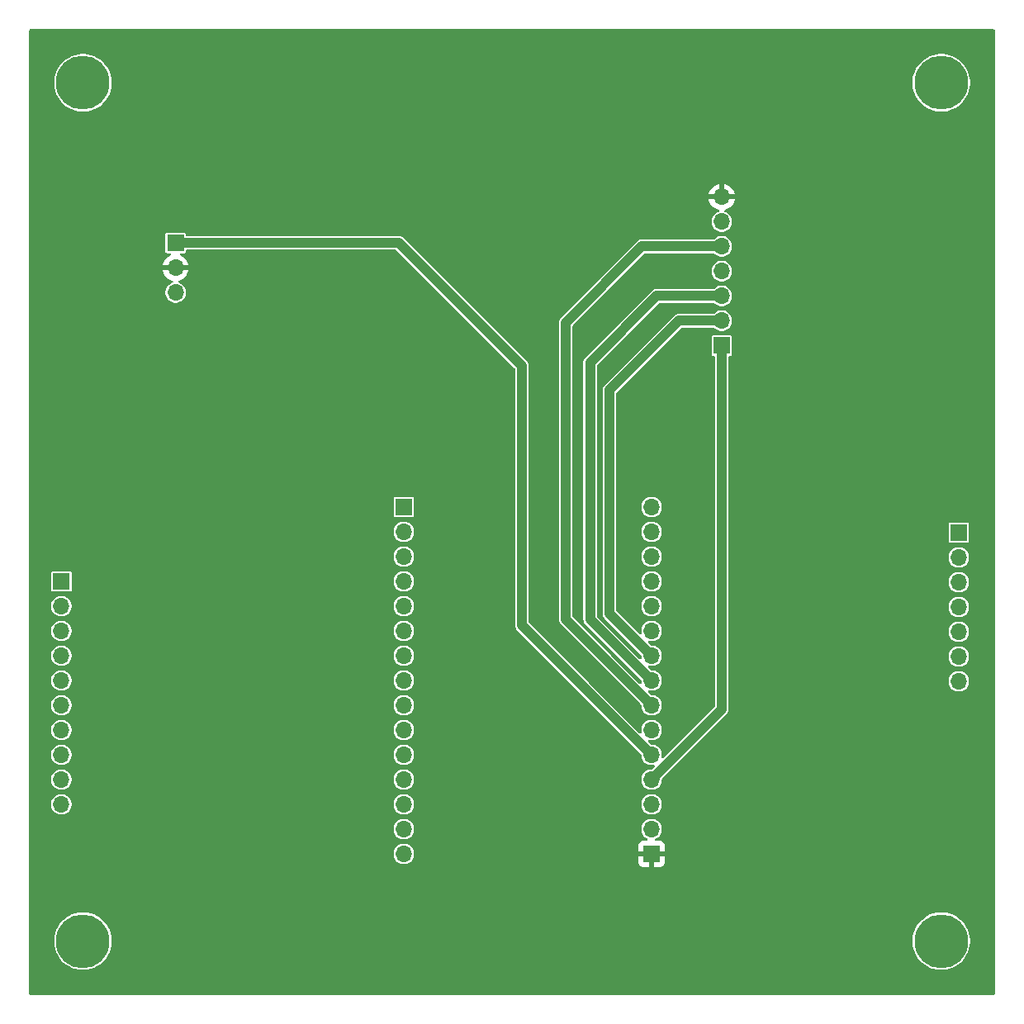
<source format=gbr>
%TF.GenerationSoftware,KiCad,Pcbnew,9.0.0*%
%TF.CreationDate,2025-05-23T23:11:46+02:00*%
%TF.ProjectId,25Zak001 ESP32 Mark0 Rev1,32355a61-6b30-4303-9120-455350333220,rev?*%
%TF.SameCoordinates,Original*%
%TF.FileFunction,Copper,L2,Bot*%
%TF.FilePolarity,Positive*%
%FSLAX46Y46*%
G04 Gerber Fmt 4.6, Leading zero omitted, Abs format (unit mm)*
G04 Created by KiCad (PCBNEW 9.0.0) date 2025-05-23 23:11:46*
%MOMM*%
%LPD*%
G01*
G04 APERTURE LIST*
%TA.AperFunction,ComponentPad*%
%ADD10O,1.700000X1.700000*%
%TD*%
%TA.AperFunction,ComponentPad*%
%ADD11R,1.700000X1.700000*%
%TD*%
%TA.AperFunction,ComponentPad*%
%ADD12C,3.600000*%
%TD*%
%TA.AperFunction,ConnectorPad*%
%ADD13C,5.500000*%
%TD*%
%TA.AperFunction,Conductor*%
%ADD14C,1.000000*%
%TD*%
G04 APERTURE END LIST*
D10*
%TO.P,J4,7,Pin_7*%
%TO.N,/GPIO15*%
X173300000Y-108360000D03*
%TO.P,J4,6,Pin_6*%
%TO.N,/GPIO16*%
X173300000Y-105820000D03*
%TO.P,J4,5,Pin_5*%
%TO.N,/GPIO19*%
X173300000Y-103280000D03*
%TO.P,J4,4,Pin_4*%
%TO.N,/GPIO21*%
X173300000Y-100740000D03*
%TO.P,J4,3,Pin_3*%
%TO.N,/RX0*%
X173300000Y-98200000D03*
%TO.P,J4,2,Pin_2*%
%TO.N,/TX0*%
X173300000Y-95660000D03*
D11*
%TO.P,J4,1,Pin_1*%
%TO.N,/GPIO22*%
X173300000Y-93120000D03*
%TD*%
%TO.P,J7,1,Pin_1*%
%TO.N,+3.3V*%
X141800000Y-126060000D03*
D10*
%TO.P,J7,2,Pin_2*%
%TO.N,GND*%
X141800000Y-123520000D03*
%TO.P,J7,3,Pin_3*%
%TO.N,/GPIO15*%
X141800000Y-120980000D03*
%TO.P,J7,4,Pin_4*%
%TO.N,/BUSY*%
X141800000Y-118440000D03*
%TO.P,J7,5,Pin_5*%
%TO.N,/DATA*%
X141800000Y-115900000D03*
%TO.P,J7,6,Pin_6*%
%TO.N,/GPIO16*%
X141800000Y-113360000D03*
%TO.P,J7,7,Pin_7*%
%TO.N,/DC*%
X141800000Y-110820000D03*
%TO.P,J7,8,Pin_8*%
%TO.N,/CS*%
X141800000Y-108280000D03*
%TO.P,J7,9,Pin_9*%
%TO.N,/CLK*%
X141800000Y-105740000D03*
%TO.P,J7,10,Pin_10*%
%TO.N,/GPIO19*%
X141800000Y-103200000D03*
%TO.P,J7,11,Pin_11*%
%TO.N,/GPIO21*%
X141800000Y-100660000D03*
%TO.P,J7,12,Pin_12*%
%TO.N,/RX0*%
X141800000Y-98120000D03*
%TO.P,J7,13,Pin_13*%
%TO.N,/TX0*%
X141800000Y-95580000D03*
%TO.P,J7,14,Pin_14*%
%TO.N,/GPIO22*%
X141800000Y-93040000D03*
%TO.P,J7,15,Pin_15*%
%TO.N,/SDI*%
X141800000Y-90500000D03*
%TD*%
D11*
%TO.P,J6,1,Pin_1*%
%TO.N,unconnected-(J6-Pin_1-Pad1)*%
X116400000Y-90500000D03*
D10*
%TO.P,J6,2,Pin_2*%
%TO.N,unconnected-(J6-Pin_2-Pad2)*%
X116400000Y-93040000D03*
%TO.P,J6,3,Pin_3*%
%TO.N,unconnected-(J6-Pin_3-Pad3)*%
X116400000Y-95580000D03*
%TO.P,J6,4,Pin_4*%
%TO.N,/GPIO34*%
X116400000Y-98120000D03*
%TO.P,J6,5,Pin_5*%
%TO.N,/GPIO35*%
X116400000Y-100660000D03*
%TO.P,J6,6,Pin_6*%
%TO.N,/GPIO32*%
X116400000Y-103200000D03*
%TO.P,J6,7,Pin_7*%
%TO.N,/GPIO33*%
X116400000Y-105740000D03*
%TO.P,J6,8,Pin_8*%
%TO.N,/GPIO25*%
X116400000Y-108280000D03*
%TO.P,J6,9,Pin_9*%
%TO.N,/GPIO26*%
X116400000Y-110820000D03*
%TO.P,J6,10,Pin_10*%
%TO.N,/GPIO27*%
X116400000Y-113360000D03*
%TO.P,J6,11,Pin_11*%
%TO.N,/GPIO14*%
X116400000Y-115900000D03*
%TO.P,J6,12,Pin_12*%
%TO.N,/GPIO12*%
X116400000Y-118440000D03*
%TO.P,J6,13,Pin_13*%
%TO.N,/GPIO13*%
X116400000Y-120980000D03*
%TO.P,J6,14,Pin_14*%
%TO.N,GND*%
X116400000Y-123520000D03*
%TO.P,J6,15,Pin_15*%
%TO.N,+5V*%
X116400000Y-126060000D03*
%TD*%
D12*
%TO.P,H4,1*%
%TO.N,N/C*%
X171500000Y-135000000D03*
D13*
X171500000Y-135000000D03*
%TD*%
D12*
%TO.P,H1,1*%
%TO.N,N/C*%
X83500000Y-47000000D03*
D13*
X83500000Y-47000000D03*
%TD*%
D12*
%TO.P,H3,1*%
%TO.N,N/C*%
X83500000Y-135000000D03*
D13*
X83500000Y-135000000D03*
%TD*%
D11*
%TO.P,J3,1,Pin_1*%
%TO.N,/GPIO34*%
X81300000Y-98120000D03*
D10*
%TO.P,J3,2,Pin_2*%
%TO.N,/GPIO35*%
X81300000Y-100660000D03*
%TO.P,J3,3,Pin_3*%
%TO.N,/GPIO32*%
X81300000Y-103200000D03*
%TO.P,J3,4,Pin_4*%
%TO.N,/GPIO33*%
X81300000Y-105740000D03*
%TO.P,J3,5,Pin_5*%
%TO.N,/GPIO25*%
X81300000Y-108280000D03*
%TO.P,J3,6,Pin_6*%
%TO.N,/GPIO26*%
X81300000Y-110820000D03*
%TO.P,J3,7,Pin_7*%
%TO.N,/GPIO27*%
X81300000Y-113360000D03*
%TO.P,J3,8,Pin_8*%
%TO.N,/GPIO14*%
X81300000Y-115900000D03*
%TO.P,J3,9,Pin_9*%
%TO.N,/GPIO12*%
X81300000Y-118440000D03*
%TO.P,J3,10,Pin_10*%
%TO.N,/GPIO13*%
X81300000Y-120980000D03*
%TD*%
D12*
%TO.P,H2,1*%
%TO.N,N/C*%
X171500000Y-47000000D03*
D13*
X171500000Y-47000000D03*
%TD*%
D11*
%TO.P,U1,1,DATA*%
%TO.N,/DATA*%
X93000000Y-63420000D03*
D10*
%TO.P,U1,2,VDD*%
%TO.N,+3.3V*%
X93000000Y-65960000D03*
%TO.P,U1,3,GND*%
%TO.N,GND*%
X93000000Y-68500000D03*
%TD*%
D11*
%TO.P,J2,1,Pin_1*%
%TO.N,/BUSY*%
X149000000Y-73940000D03*
D10*
%TO.P,J2,2,Pin_2*%
%TO.N,/CLK*%
X149000000Y-71400000D03*
%TO.P,J2,3,Pin_3*%
%TO.N,/CS*%
X149000000Y-68860000D03*
%TO.P,J2,4,Pin_4*%
%TO.N,/SDI*%
X149000000Y-66320000D03*
%TO.P,J2,5,Pin_5*%
%TO.N,/DC*%
X149000000Y-63780000D03*
%TO.P,J2,6,Pin_6*%
%TO.N,GND*%
X149000000Y-61240000D03*
%TO.P,J2,7,Pin_7*%
%TO.N,+3.3V*%
X149000000Y-58700000D03*
%TD*%
D14*
%TO.N,/BUSY*%
X149000000Y-73940000D02*
X149000000Y-111240000D01*
X149000000Y-111240000D02*
X141800000Y-118440000D01*
%TO.N,/DATA*%
X115920000Y-63420000D02*
X93000000Y-63420000D01*
X141800000Y-115900000D02*
X128500000Y-102600000D01*
X128500000Y-102600000D02*
X128500000Y-76000000D01*
X128500000Y-76000000D02*
X115920000Y-63420000D01*
%TO.N,/DC*%
X140820000Y-63780000D02*
X149000000Y-63780000D01*
X133000000Y-102020000D02*
X133000000Y-71600000D01*
X133000000Y-71600000D02*
X140820000Y-63780000D01*
X141800000Y-110820000D02*
X133000000Y-102020000D01*
%TO.N,/CS*%
X142340000Y-68860000D02*
X149000000Y-68860000D01*
X135500000Y-75700000D02*
X142340000Y-68860000D01*
X135500000Y-101980000D02*
X135500000Y-75700000D01*
X141800000Y-108280000D02*
X135500000Y-101980000D01*
%TO.N,/CLK*%
X144600000Y-71400000D02*
X149000000Y-71400000D01*
X137500000Y-78500000D02*
X144600000Y-71400000D01*
X137500000Y-101440000D02*
X137500000Y-78500000D01*
X141800000Y-105740000D02*
X137500000Y-101440000D01*
%TO.N,/DC*%
X149000000Y-64000000D02*
X149000000Y-63780000D01*
%TD*%
%TA.AperFunction,Conductor*%
%TO.N,+3.3V*%
G36*
X176942539Y-41520185D02*
G01*
X176988294Y-41572989D01*
X176999500Y-41624500D01*
X176999500Y-140375500D01*
X176979815Y-140442539D01*
X176927011Y-140488294D01*
X176875500Y-140499500D01*
X78124500Y-140499500D01*
X78057461Y-140479815D01*
X78011706Y-140427011D01*
X78000500Y-140375500D01*
X78000500Y-134834296D01*
X80549500Y-134834296D01*
X80549500Y-135165703D01*
X80586601Y-135494991D01*
X80586604Y-135495005D01*
X80660346Y-135818093D01*
X80660349Y-135818101D01*
X80769799Y-136130890D01*
X80913582Y-136429458D01*
X80913584Y-136429461D01*
X81089896Y-136710060D01*
X81296516Y-136969153D01*
X81530847Y-137203484D01*
X81789940Y-137410104D01*
X82070539Y-137586416D01*
X82369113Y-137730202D01*
X82604037Y-137812405D01*
X82681898Y-137839650D01*
X82681906Y-137839653D01*
X82681909Y-137839653D01*
X82681910Y-137839654D01*
X83004994Y-137913396D01*
X83005003Y-137913397D01*
X83005008Y-137913398D01*
X83224533Y-137938132D01*
X83334297Y-137950499D01*
X83334300Y-137950500D01*
X83334303Y-137950500D01*
X83665700Y-137950500D01*
X83665701Y-137950499D01*
X83833996Y-137931537D01*
X83994991Y-137913398D01*
X83994994Y-137913397D01*
X83995006Y-137913396D01*
X84318090Y-137839654D01*
X84630887Y-137730202D01*
X84929461Y-137586416D01*
X85210060Y-137410104D01*
X85469153Y-137203484D01*
X85703484Y-136969153D01*
X85910104Y-136710060D01*
X86086416Y-136429461D01*
X86230202Y-136130887D01*
X86339654Y-135818090D01*
X86413396Y-135495006D01*
X86450500Y-135165697D01*
X86450500Y-134834303D01*
X86450499Y-134834296D01*
X168549500Y-134834296D01*
X168549500Y-135165703D01*
X168586601Y-135494991D01*
X168586604Y-135495005D01*
X168660346Y-135818093D01*
X168660349Y-135818101D01*
X168769799Y-136130890D01*
X168913582Y-136429458D01*
X168913584Y-136429461D01*
X169089896Y-136710060D01*
X169296516Y-136969153D01*
X169530847Y-137203484D01*
X169789940Y-137410104D01*
X170070539Y-137586416D01*
X170369113Y-137730202D01*
X170604037Y-137812405D01*
X170681898Y-137839650D01*
X170681906Y-137839653D01*
X170681909Y-137839653D01*
X170681910Y-137839654D01*
X171004994Y-137913396D01*
X171005003Y-137913397D01*
X171005008Y-137913398D01*
X171224533Y-137938132D01*
X171334297Y-137950499D01*
X171334300Y-137950500D01*
X171334303Y-137950500D01*
X171665700Y-137950500D01*
X171665701Y-137950499D01*
X171833996Y-137931537D01*
X171994991Y-137913398D01*
X171994994Y-137913397D01*
X171995006Y-137913396D01*
X172318090Y-137839654D01*
X172630887Y-137730202D01*
X172929461Y-137586416D01*
X173210060Y-137410104D01*
X173469153Y-137203484D01*
X173703484Y-136969153D01*
X173910104Y-136710060D01*
X174086416Y-136429461D01*
X174230202Y-136130887D01*
X174339654Y-135818090D01*
X174413396Y-135495006D01*
X174450500Y-135165697D01*
X174450500Y-134834303D01*
X174413396Y-134504994D01*
X174339654Y-134181910D01*
X174230202Y-133869113D01*
X174086416Y-133570539D01*
X173910104Y-133289940D01*
X173703484Y-133030847D01*
X173469153Y-132796516D01*
X173210060Y-132589896D01*
X172929461Y-132413584D01*
X172929458Y-132413582D01*
X172630890Y-132269799D01*
X172318101Y-132160349D01*
X172318093Y-132160346D01*
X172075777Y-132105039D01*
X171995006Y-132086604D01*
X171995003Y-132086603D01*
X171994991Y-132086601D01*
X171665703Y-132049500D01*
X171665697Y-132049500D01*
X171334303Y-132049500D01*
X171334296Y-132049500D01*
X171005008Y-132086601D01*
X171004994Y-132086604D01*
X170681906Y-132160346D01*
X170681898Y-132160349D01*
X170369109Y-132269799D01*
X170070541Y-132413582D01*
X169789941Y-132589895D01*
X169530847Y-132796515D01*
X169296515Y-133030847D01*
X169089895Y-133289941D01*
X168913582Y-133570541D01*
X168769799Y-133869109D01*
X168660349Y-134181898D01*
X168660346Y-134181906D01*
X168586604Y-134504994D01*
X168586601Y-134505008D01*
X168549500Y-134834296D01*
X86450499Y-134834296D01*
X86413396Y-134504994D01*
X86339654Y-134181910D01*
X86230202Y-133869113D01*
X86086416Y-133570539D01*
X85910104Y-133289940D01*
X85703484Y-133030847D01*
X85469153Y-132796516D01*
X85210060Y-132589896D01*
X84929461Y-132413584D01*
X84929458Y-132413582D01*
X84630890Y-132269799D01*
X84318101Y-132160349D01*
X84318093Y-132160346D01*
X84075777Y-132105039D01*
X83995006Y-132086604D01*
X83995003Y-132086603D01*
X83994991Y-132086601D01*
X83665703Y-132049500D01*
X83665697Y-132049500D01*
X83334303Y-132049500D01*
X83334296Y-132049500D01*
X83005008Y-132086601D01*
X83004994Y-132086604D01*
X82681906Y-132160346D01*
X82681898Y-132160349D01*
X82369109Y-132269799D01*
X82070541Y-132413582D01*
X81789941Y-132589895D01*
X81530847Y-132796515D01*
X81296515Y-133030847D01*
X81089895Y-133289941D01*
X80913582Y-133570541D01*
X80769799Y-133869109D01*
X80660349Y-134181898D01*
X80660346Y-134181906D01*
X80586604Y-134504994D01*
X80586601Y-134505008D01*
X80549500Y-134834296D01*
X78000500Y-134834296D01*
X78000500Y-125956530D01*
X115349500Y-125956530D01*
X115349500Y-126163469D01*
X115389868Y-126366412D01*
X115389870Y-126366420D01*
X115469058Y-126557596D01*
X115584024Y-126729657D01*
X115730342Y-126875975D01*
X115730345Y-126875977D01*
X115902402Y-126990941D01*
X116093580Y-127070130D01*
X116296530Y-127110499D01*
X116296534Y-127110500D01*
X116296535Y-127110500D01*
X116503466Y-127110500D01*
X116503467Y-127110499D01*
X116706420Y-127070130D01*
X116897598Y-126990941D01*
X117069655Y-126875977D01*
X117215977Y-126729655D01*
X117330941Y-126557598D01*
X117410130Y-126366420D01*
X117450500Y-126163465D01*
X117450500Y-125956535D01*
X117410130Y-125753580D01*
X117330941Y-125562402D01*
X117215977Y-125390345D01*
X117215975Y-125390342D01*
X117069657Y-125244024D01*
X116947130Y-125162155D01*
X140450000Y-125162155D01*
X140450000Y-125810000D01*
X141366988Y-125810000D01*
X141334075Y-125867007D01*
X141300000Y-125994174D01*
X141300000Y-126125826D01*
X141334075Y-126252993D01*
X141366988Y-126310000D01*
X140450000Y-126310000D01*
X140450000Y-126957844D01*
X140456401Y-127017372D01*
X140456403Y-127017379D01*
X140506645Y-127152086D01*
X140506649Y-127152093D01*
X140592809Y-127267187D01*
X140592812Y-127267190D01*
X140707906Y-127353350D01*
X140707913Y-127353354D01*
X140842620Y-127403596D01*
X140842627Y-127403598D01*
X140902155Y-127409999D01*
X140902172Y-127410000D01*
X141550000Y-127410000D01*
X141550000Y-126493012D01*
X141607007Y-126525925D01*
X141734174Y-126560000D01*
X141865826Y-126560000D01*
X141992993Y-126525925D01*
X142050000Y-126493012D01*
X142050000Y-127410000D01*
X142697828Y-127410000D01*
X142697844Y-127409999D01*
X142757372Y-127403598D01*
X142757379Y-127403596D01*
X142892086Y-127353354D01*
X142892093Y-127353350D01*
X143007187Y-127267190D01*
X143007190Y-127267187D01*
X143093350Y-127152093D01*
X143093354Y-127152086D01*
X143143596Y-127017379D01*
X143143598Y-127017372D01*
X143149999Y-126957844D01*
X143150000Y-126957827D01*
X143150000Y-126310000D01*
X142233012Y-126310000D01*
X142265925Y-126252993D01*
X142300000Y-126125826D01*
X142300000Y-125994174D01*
X142265925Y-125867007D01*
X142233012Y-125810000D01*
X143150000Y-125810000D01*
X143150000Y-125162172D01*
X143149999Y-125162155D01*
X143143598Y-125102627D01*
X143143596Y-125102620D01*
X143093354Y-124967913D01*
X143093350Y-124967906D01*
X143007190Y-124852812D01*
X143007187Y-124852809D01*
X142892093Y-124766649D01*
X142892086Y-124766645D01*
X142757379Y-124716403D01*
X142757372Y-124716401D01*
X142697844Y-124710000D01*
X142295565Y-124710000D01*
X142228526Y-124690315D01*
X142182771Y-124637511D01*
X142172827Y-124568353D01*
X142201852Y-124504797D01*
X142248112Y-124471439D01*
X142253608Y-124469162D01*
X142297598Y-124450941D01*
X142469655Y-124335977D01*
X142615977Y-124189655D01*
X142730941Y-124017598D01*
X142810130Y-123826420D01*
X142850500Y-123623465D01*
X142850500Y-123416535D01*
X142810130Y-123213580D01*
X142730941Y-123022402D01*
X142615977Y-122850345D01*
X142615975Y-122850342D01*
X142469657Y-122704024D01*
X142383626Y-122646541D01*
X142297598Y-122589059D01*
X142106420Y-122509870D01*
X142106412Y-122509868D01*
X141903469Y-122469500D01*
X141903465Y-122469500D01*
X141696535Y-122469500D01*
X141696530Y-122469500D01*
X141493587Y-122509868D01*
X141493579Y-122509870D01*
X141302403Y-122589058D01*
X141130342Y-122704024D01*
X140984024Y-122850342D01*
X140869058Y-123022403D01*
X140789870Y-123213579D01*
X140789868Y-123213587D01*
X140749500Y-123416530D01*
X140749500Y-123623469D01*
X140789868Y-123826412D01*
X140789870Y-123826420D01*
X140869058Y-124017596D01*
X140984024Y-124189657D01*
X141130342Y-124335975D01*
X141130345Y-124335977D01*
X141302402Y-124450941D01*
X141341993Y-124467340D01*
X141351888Y-124471439D01*
X141406291Y-124515280D01*
X141428356Y-124581574D01*
X141411077Y-124649274D01*
X141359939Y-124696884D01*
X141304435Y-124710000D01*
X140902155Y-124710000D01*
X140842627Y-124716401D01*
X140842620Y-124716403D01*
X140707913Y-124766645D01*
X140707906Y-124766649D01*
X140592812Y-124852809D01*
X140592809Y-124852812D01*
X140506649Y-124967906D01*
X140506645Y-124967913D01*
X140456403Y-125102620D01*
X140456401Y-125102627D01*
X140450000Y-125162155D01*
X116947130Y-125162155D01*
X116897598Y-125129059D01*
X116706420Y-125049870D01*
X116706412Y-125049868D01*
X116503469Y-125009500D01*
X116503465Y-125009500D01*
X116296535Y-125009500D01*
X116296530Y-125009500D01*
X116093587Y-125049868D01*
X116093579Y-125049870D01*
X115902403Y-125129058D01*
X115730342Y-125244024D01*
X115584024Y-125390342D01*
X115469058Y-125562403D01*
X115389870Y-125753579D01*
X115389868Y-125753587D01*
X115349500Y-125956530D01*
X78000500Y-125956530D01*
X78000500Y-123416530D01*
X115349500Y-123416530D01*
X115349500Y-123623469D01*
X115389868Y-123826412D01*
X115389870Y-123826420D01*
X115469058Y-124017596D01*
X115584024Y-124189657D01*
X115730342Y-124335975D01*
X115730345Y-124335977D01*
X115902402Y-124450941D01*
X116093580Y-124530130D01*
X116285741Y-124568353D01*
X116296530Y-124570499D01*
X116296534Y-124570500D01*
X116296535Y-124570500D01*
X116503466Y-124570500D01*
X116503467Y-124570499D01*
X116706420Y-124530130D01*
X116897598Y-124450941D01*
X117069655Y-124335977D01*
X117215977Y-124189655D01*
X117330941Y-124017598D01*
X117410130Y-123826420D01*
X117450500Y-123623465D01*
X117450500Y-123416535D01*
X117410130Y-123213580D01*
X117330941Y-123022402D01*
X117215977Y-122850345D01*
X117215975Y-122850342D01*
X117069657Y-122704024D01*
X116983626Y-122646541D01*
X116897598Y-122589059D01*
X116706420Y-122509870D01*
X116706412Y-122509868D01*
X116503469Y-122469500D01*
X116503465Y-122469500D01*
X116296535Y-122469500D01*
X116296530Y-122469500D01*
X116093587Y-122509868D01*
X116093579Y-122509870D01*
X115902403Y-122589058D01*
X115730342Y-122704024D01*
X115584024Y-122850342D01*
X115469058Y-123022403D01*
X115389870Y-123213579D01*
X115389868Y-123213587D01*
X115349500Y-123416530D01*
X78000500Y-123416530D01*
X78000500Y-120876530D01*
X80249500Y-120876530D01*
X80249500Y-121083469D01*
X80289868Y-121286412D01*
X80289870Y-121286420D01*
X80369058Y-121477596D01*
X80484024Y-121649657D01*
X80630342Y-121795975D01*
X80630345Y-121795977D01*
X80802402Y-121910941D01*
X80993580Y-121990130D01*
X81196530Y-122030499D01*
X81196534Y-122030500D01*
X81196535Y-122030500D01*
X81403466Y-122030500D01*
X81403467Y-122030499D01*
X81606420Y-121990130D01*
X81797598Y-121910941D01*
X81969655Y-121795977D01*
X82115977Y-121649655D01*
X82230941Y-121477598D01*
X82310130Y-121286420D01*
X82350500Y-121083465D01*
X82350500Y-120876535D01*
X82350499Y-120876530D01*
X115349500Y-120876530D01*
X115349500Y-121083469D01*
X115389868Y-121286412D01*
X115389870Y-121286420D01*
X115469058Y-121477596D01*
X115584024Y-121649657D01*
X115730342Y-121795975D01*
X115730345Y-121795977D01*
X115902402Y-121910941D01*
X116093580Y-121990130D01*
X116296530Y-122030499D01*
X116296534Y-122030500D01*
X116296535Y-122030500D01*
X116503466Y-122030500D01*
X116503467Y-122030499D01*
X116706420Y-121990130D01*
X116897598Y-121910941D01*
X117069655Y-121795977D01*
X117215977Y-121649655D01*
X117330941Y-121477598D01*
X117410130Y-121286420D01*
X117450500Y-121083465D01*
X117450500Y-120876535D01*
X117450499Y-120876530D01*
X140749500Y-120876530D01*
X140749500Y-121083469D01*
X140789868Y-121286412D01*
X140789870Y-121286420D01*
X140869058Y-121477596D01*
X140984024Y-121649657D01*
X141130342Y-121795975D01*
X141130345Y-121795977D01*
X141302402Y-121910941D01*
X141493580Y-121990130D01*
X141696530Y-122030499D01*
X141696534Y-122030500D01*
X141696535Y-122030500D01*
X141903466Y-122030500D01*
X141903467Y-122030499D01*
X142106420Y-121990130D01*
X142297598Y-121910941D01*
X142469655Y-121795977D01*
X142615977Y-121649655D01*
X142730941Y-121477598D01*
X142810130Y-121286420D01*
X142850500Y-121083465D01*
X142850500Y-120876535D01*
X142810130Y-120673580D01*
X142730941Y-120482402D01*
X142615977Y-120310345D01*
X142615975Y-120310342D01*
X142469657Y-120164024D01*
X142383626Y-120106541D01*
X142297598Y-120049059D01*
X142106420Y-119969870D01*
X142106412Y-119969868D01*
X141903469Y-119929500D01*
X141903465Y-119929500D01*
X141696535Y-119929500D01*
X141696530Y-119929500D01*
X141493587Y-119969868D01*
X141493579Y-119969870D01*
X141302403Y-120049058D01*
X141130342Y-120164024D01*
X140984024Y-120310342D01*
X140869058Y-120482403D01*
X140789870Y-120673579D01*
X140789868Y-120673587D01*
X140749500Y-120876530D01*
X117450499Y-120876530D01*
X117410130Y-120673580D01*
X117330941Y-120482402D01*
X117215977Y-120310345D01*
X117215975Y-120310342D01*
X117069657Y-120164024D01*
X116983626Y-120106541D01*
X116897598Y-120049059D01*
X116706420Y-119969870D01*
X116706412Y-119969868D01*
X116503469Y-119929500D01*
X116503465Y-119929500D01*
X116296535Y-119929500D01*
X116296530Y-119929500D01*
X116093587Y-119969868D01*
X116093579Y-119969870D01*
X115902403Y-120049058D01*
X115730342Y-120164024D01*
X115584024Y-120310342D01*
X115469058Y-120482403D01*
X115389870Y-120673579D01*
X115389868Y-120673587D01*
X115349500Y-120876530D01*
X82350499Y-120876530D01*
X82310130Y-120673580D01*
X82230941Y-120482402D01*
X82115977Y-120310345D01*
X82115975Y-120310342D01*
X81969657Y-120164024D01*
X81883626Y-120106541D01*
X81797598Y-120049059D01*
X81606420Y-119969870D01*
X81606412Y-119969868D01*
X81403469Y-119929500D01*
X81403465Y-119929500D01*
X81196535Y-119929500D01*
X81196530Y-119929500D01*
X80993587Y-119969868D01*
X80993579Y-119969870D01*
X80802403Y-120049058D01*
X80630342Y-120164024D01*
X80484024Y-120310342D01*
X80369058Y-120482403D01*
X80289870Y-120673579D01*
X80289868Y-120673587D01*
X80249500Y-120876530D01*
X78000500Y-120876530D01*
X78000500Y-118336530D01*
X80249500Y-118336530D01*
X80249500Y-118543469D01*
X80289868Y-118746412D01*
X80289870Y-118746420D01*
X80369058Y-118937596D01*
X80484024Y-119109657D01*
X80630342Y-119255975D01*
X80630345Y-119255977D01*
X80802402Y-119370941D01*
X80993580Y-119450130D01*
X81196530Y-119490499D01*
X81196534Y-119490500D01*
X81196535Y-119490500D01*
X81403466Y-119490500D01*
X81403467Y-119490499D01*
X81606420Y-119450130D01*
X81797598Y-119370941D01*
X81969655Y-119255977D01*
X82115977Y-119109655D01*
X82230941Y-118937598D01*
X82310130Y-118746420D01*
X82350500Y-118543465D01*
X82350500Y-118336535D01*
X82350499Y-118336530D01*
X115349500Y-118336530D01*
X115349500Y-118543469D01*
X115389868Y-118746412D01*
X115389870Y-118746420D01*
X115469058Y-118937596D01*
X115584024Y-119109657D01*
X115730342Y-119255975D01*
X115730345Y-119255977D01*
X115902402Y-119370941D01*
X116093580Y-119450130D01*
X116296530Y-119490499D01*
X116296534Y-119490500D01*
X116296535Y-119490500D01*
X116503466Y-119490500D01*
X116503467Y-119490499D01*
X116706420Y-119450130D01*
X116897598Y-119370941D01*
X117069655Y-119255977D01*
X117215977Y-119109655D01*
X117330941Y-118937598D01*
X117410130Y-118746420D01*
X117450500Y-118543465D01*
X117450500Y-118336535D01*
X117410130Y-118133580D01*
X117330941Y-117942402D01*
X117215977Y-117770345D01*
X117215975Y-117770342D01*
X117069657Y-117624024D01*
X116983626Y-117566541D01*
X116897598Y-117509059D01*
X116706420Y-117429870D01*
X116706412Y-117429868D01*
X116503469Y-117389500D01*
X116503465Y-117389500D01*
X116296535Y-117389500D01*
X116296530Y-117389500D01*
X116093587Y-117429868D01*
X116093579Y-117429870D01*
X115902403Y-117509058D01*
X115730342Y-117624024D01*
X115584024Y-117770342D01*
X115469058Y-117942403D01*
X115389870Y-118133579D01*
X115389868Y-118133587D01*
X115349500Y-118336530D01*
X82350499Y-118336530D01*
X82310130Y-118133580D01*
X82230941Y-117942402D01*
X82115977Y-117770345D01*
X82115975Y-117770342D01*
X81969657Y-117624024D01*
X81883626Y-117566541D01*
X81797598Y-117509059D01*
X81606420Y-117429870D01*
X81606412Y-117429868D01*
X81403469Y-117389500D01*
X81403465Y-117389500D01*
X81196535Y-117389500D01*
X81196530Y-117389500D01*
X80993587Y-117429868D01*
X80993579Y-117429870D01*
X80802403Y-117509058D01*
X80630342Y-117624024D01*
X80484024Y-117770342D01*
X80369058Y-117942403D01*
X80289870Y-118133579D01*
X80289868Y-118133587D01*
X80249500Y-118336530D01*
X78000500Y-118336530D01*
X78000500Y-115796530D01*
X80249500Y-115796530D01*
X80249500Y-116003469D01*
X80289868Y-116206412D01*
X80289870Y-116206420D01*
X80369058Y-116397596D01*
X80484024Y-116569657D01*
X80630342Y-116715975D01*
X80630345Y-116715977D01*
X80802402Y-116830941D01*
X80993580Y-116910130D01*
X81196530Y-116950499D01*
X81196534Y-116950500D01*
X81196535Y-116950500D01*
X81403466Y-116950500D01*
X81403467Y-116950499D01*
X81606420Y-116910130D01*
X81797598Y-116830941D01*
X81969655Y-116715977D01*
X82115977Y-116569655D01*
X82230941Y-116397598D01*
X82310130Y-116206420D01*
X82350500Y-116003465D01*
X82350500Y-115796535D01*
X82350499Y-115796530D01*
X115349500Y-115796530D01*
X115349500Y-116003469D01*
X115389868Y-116206412D01*
X115389870Y-116206420D01*
X115469058Y-116397596D01*
X115584024Y-116569657D01*
X115730342Y-116715975D01*
X115730345Y-116715977D01*
X115902402Y-116830941D01*
X116093580Y-116910130D01*
X116296530Y-116950499D01*
X116296534Y-116950500D01*
X116296535Y-116950500D01*
X116503466Y-116950500D01*
X116503467Y-116950499D01*
X116706420Y-116910130D01*
X116897598Y-116830941D01*
X117069655Y-116715977D01*
X117215977Y-116569655D01*
X117330941Y-116397598D01*
X117410130Y-116206420D01*
X117450500Y-116003465D01*
X117450500Y-115796535D01*
X117410130Y-115593580D01*
X117330941Y-115402402D01*
X117215977Y-115230345D01*
X117215975Y-115230342D01*
X117069657Y-115084024D01*
X116983626Y-115026541D01*
X116897598Y-114969059D01*
X116706420Y-114889870D01*
X116706412Y-114889868D01*
X116503469Y-114849500D01*
X116503465Y-114849500D01*
X116296535Y-114849500D01*
X116296530Y-114849500D01*
X116093587Y-114889868D01*
X116093579Y-114889870D01*
X115902403Y-114969058D01*
X115730342Y-115084024D01*
X115584024Y-115230342D01*
X115469058Y-115402403D01*
X115389870Y-115593579D01*
X115389868Y-115593587D01*
X115349500Y-115796530D01*
X82350499Y-115796530D01*
X82310130Y-115593580D01*
X82230941Y-115402402D01*
X82115977Y-115230345D01*
X82115975Y-115230342D01*
X81969657Y-115084024D01*
X81883626Y-115026541D01*
X81797598Y-114969059D01*
X81606420Y-114889870D01*
X81606412Y-114889868D01*
X81403469Y-114849500D01*
X81403465Y-114849500D01*
X81196535Y-114849500D01*
X81196530Y-114849500D01*
X80993587Y-114889868D01*
X80993579Y-114889870D01*
X80802403Y-114969058D01*
X80630342Y-115084024D01*
X80484024Y-115230342D01*
X80369058Y-115402403D01*
X80289870Y-115593579D01*
X80289868Y-115593587D01*
X80249500Y-115796530D01*
X78000500Y-115796530D01*
X78000500Y-113256530D01*
X80249500Y-113256530D01*
X80249500Y-113463469D01*
X80289868Y-113666412D01*
X80289870Y-113666420D01*
X80369058Y-113857596D01*
X80484024Y-114029657D01*
X80630342Y-114175975D01*
X80630345Y-114175977D01*
X80802402Y-114290941D01*
X80993580Y-114370130D01*
X81196530Y-114410499D01*
X81196534Y-114410500D01*
X81196535Y-114410500D01*
X81403466Y-114410500D01*
X81403467Y-114410499D01*
X81606420Y-114370130D01*
X81797598Y-114290941D01*
X81969655Y-114175977D01*
X82115977Y-114029655D01*
X82230941Y-113857598D01*
X82310130Y-113666420D01*
X82350500Y-113463465D01*
X82350500Y-113256535D01*
X82350499Y-113256530D01*
X115349500Y-113256530D01*
X115349500Y-113463469D01*
X115389868Y-113666412D01*
X115389870Y-113666420D01*
X115469058Y-113857596D01*
X115584024Y-114029657D01*
X115730342Y-114175975D01*
X115730345Y-114175977D01*
X115902402Y-114290941D01*
X116093580Y-114370130D01*
X116296530Y-114410499D01*
X116296534Y-114410500D01*
X116296535Y-114410500D01*
X116503466Y-114410500D01*
X116503467Y-114410499D01*
X116706420Y-114370130D01*
X116897598Y-114290941D01*
X117069655Y-114175977D01*
X117215977Y-114029655D01*
X117330941Y-113857598D01*
X117410130Y-113666420D01*
X117450500Y-113463465D01*
X117450500Y-113256535D01*
X117410130Y-113053580D01*
X117330941Y-112862402D01*
X117215977Y-112690345D01*
X117215975Y-112690342D01*
X117069657Y-112544024D01*
X116983626Y-112486541D01*
X116897598Y-112429059D01*
X116706420Y-112349870D01*
X116706412Y-112349868D01*
X116503469Y-112309500D01*
X116503465Y-112309500D01*
X116296535Y-112309500D01*
X116296530Y-112309500D01*
X116093587Y-112349868D01*
X116093579Y-112349870D01*
X115902403Y-112429058D01*
X115730342Y-112544024D01*
X115584024Y-112690342D01*
X115469058Y-112862403D01*
X115389870Y-113053579D01*
X115389868Y-113053587D01*
X115349500Y-113256530D01*
X82350499Y-113256530D01*
X82310130Y-113053580D01*
X82230941Y-112862402D01*
X82115977Y-112690345D01*
X82115975Y-112690342D01*
X81969657Y-112544024D01*
X81883626Y-112486541D01*
X81797598Y-112429059D01*
X81606420Y-112349870D01*
X81606412Y-112349868D01*
X81403469Y-112309500D01*
X81403465Y-112309500D01*
X81196535Y-112309500D01*
X81196530Y-112309500D01*
X80993587Y-112349868D01*
X80993579Y-112349870D01*
X80802403Y-112429058D01*
X80630342Y-112544024D01*
X80484024Y-112690342D01*
X80369058Y-112862403D01*
X80289870Y-113053579D01*
X80289868Y-113053587D01*
X80249500Y-113256530D01*
X78000500Y-113256530D01*
X78000500Y-110716530D01*
X80249500Y-110716530D01*
X80249500Y-110923469D01*
X80289868Y-111126412D01*
X80289870Y-111126420D01*
X80369058Y-111317596D01*
X80484024Y-111489657D01*
X80630342Y-111635975D01*
X80630345Y-111635977D01*
X80802402Y-111750941D01*
X80993580Y-111830130D01*
X81196530Y-111870499D01*
X81196534Y-111870500D01*
X81196535Y-111870500D01*
X81403466Y-111870500D01*
X81403467Y-111870499D01*
X81606420Y-111830130D01*
X81797598Y-111750941D01*
X81969655Y-111635977D01*
X82115977Y-111489655D01*
X82230941Y-111317598D01*
X82310130Y-111126420D01*
X82350500Y-110923465D01*
X82350500Y-110716535D01*
X82350499Y-110716530D01*
X115349500Y-110716530D01*
X115349500Y-110923469D01*
X115389868Y-111126412D01*
X115389870Y-111126420D01*
X115469058Y-111317596D01*
X115584024Y-111489657D01*
X115730342Y-111635975D01*
X115730345Y-111635977D01*
X115902402Y-111750941D01*
X116093580Y-111830130D01*
X116296530Y-111870499D01*
X116296534Y-111870500D01*
X116296535Y-111870500D01*
X116503466Y-111870500D01*
X116503467Y-111870499D01*
X116706420Y-111830130D01*
X116897598Y-111750941D01*
X117069655Y-111635977D01*
X117215977Y-111489655D01*
X117330941Y-111317598D01*
X117410130Y-111126420D01*
X117450500Y-110923465D01*
X117450500Y-110716535D01*
X117410130Y-110513580D01*
X117330941Y-110322402D01*
X117215977Y-110150345D01*
X117215975Y-110150342D01*
X117069657Y-110004024D01*
X116983626Y-109946541D01*
X116897598Y-109889059D01*
X116706420Y-109809870D01*
X116706412Y-109809868D01*
X116503469Y-109769500D01*
X116503465Y-109769500D01*
X116296535Y-109769500D01*
X116296530Y-109769500D01*
X116093587Y-109809868D01*
X116093579Y-109809870D01*
X115902403Y-109889058D01*
X115730342Y-110004024D01*
X115584024Y-110150342D01*
X115469058Y-110322403D01*
X115389870Y-110513579D01*
X115389868Y-110513587D01*
X115349500Y-110716530D01*
X82350499Y-110716530D01*
X82310130Y-110513580D01*
X82230941Y-110322402D01*
X82115977Y-110150345D01*
X82115975Y-110150342D01*
X81969657Y-110004024D01*
X81883626Y-109946541D01*
X81797598Y-109889059D01*
X81606420Y-109809870D01*
X81606412Y-109809868D01*
X81403469Y-109769500D01*
X81403465Y-109769500D01*
X81196535Y-109769500D01*
X81196530Y-109769500D01*
X80993587Y-109809868D01*
X80993579Y-109809870D01*
X80802403Y-109889058D01*
X80630342Y-110004024D01*
X80484024Y-110150342D01*
X80369058Y-110322403D01*
X80289870Y-110513579D01*
X80289868Y-110513587D01*
X80249500Y-110716530D01*
X78000500Y-110716530D01*
X78000500Y-108176530D01*
X80249500Y-108176530D01*
X80249500Y-108383469D01*
X80289868Y-108586412D01*
X80289870Y-108586420D01*
X80369058Y-108777596D01*
X80484024Y-108949657D01*
X80630342Y-109095975D01*
X80630345Y-109095977D01*
X80802402Y-109210941D01*
X80993580Y-109290130D01*
X81196530Y-109330499D01*
X81196534Y-109330500D01*
X81196535Y-109330500D01*
X81403466Y-109330500D01*
X81403467Y-109330499D01*
X81606420Y-109290130D01*
X81797598Y-109210941D01*
X81969655Y-109095977D01*
X82115977Y-108949655D01*
X82230941Y-108777598D01*
X82310130Y-108586420D01*
X82350500Y-108383465D01*
X82350500Y-108176535D01*
X82350499Y-108176530D01*
X115349500Y-108176530D01*
X115349500Y-108383469D01*
X115389868Y-108586412D01*
X115389870Y-108586420D01*
X115469058Y-108777596D01*
X115584024Y-108949657D01*
X115730342Y-109095975D01*
X115730345Y-109095977D01*
X115902402Y-109210941D01*
X116093580Y-109290130D01*
X116296530Y-109330499D01*
X116296534Y-109330500D01*
X116296535Y-109330500D01*
X116503466Y-109330500D01*
X116503467Y-109330499D01*
X116706420Y-109290130D01*
X116897598Y-109210941D01*
X117069655Y-109095977D01*
X117215977Y-108949655D01*
X117330941Y-108777598D01*
X117410130Y-108586420D01*
X117450500Y-108383465D01*
X117450500Y-108176535D01*
X117410130Y-107973580D01*
X117330941Y-107782402D01*
X117215977Y-107610345D01*
X117215975Y-107610342D01*
X117069657Y-107464024D01*
X116983626Y-107406541D01*
X116897598Y-107349059D01*
X116706420Y-107269870D01*
X116706412Y-107269868D01*
X116503469Y-107229500D01*
X116503465Y-107229500D01*
X116296535Y-107229500D01*
X116296530Y-107229500D01*
X116093587Y-107269868D01*
X116093579Y-107269870D01*
X115902403Y-107349058D01*
X115730342Y-107464024D01*
X115584024Y-107610342D01*
X115469058Y-107782403D01*
X115389870Y-107973579D01*
X115389868Y-107973587D01*
X115349500Y-108176530D01*
X82350499Y-108176530D01*
X82310130Y-107973580D01*
X82230941Y-107782402D01*
X82115977Y-107610345D01*
X82115975Y-107610342D01*
X81969657Y-107464024D01*
X81883626Y-107406541D01*
X81797598Y-107349059D01*
X81606420Y-107269870D01*
X81606412Y-107269868D01*
X81403469Y-107229500D01*
X81403465Y-107229500D01*
X81196535Y-107229500D01*
X81196530Y-107229500D01*
X80993587Y-107269868D01*
X80993579Y-107269870D01*
X80802403Y-107349058D01*
X80630342Y-107464024D01*
X80484024Y-107610342D01*
X80369058Y-107782403D01*
X80289870Y-107973579D01*
X80289868Y-107973587D01*
X80249500Y-108176530D01*
X78000500Y-108176530D01*
X78000500Y-105636530D01*
X80249500Y-105636530D01*
X80249500Y-105843469D01*
X80289868Y-106046412D01*
X80289870Y-106046420D01*
X80369058Y-106237596D01*
X80484024Y-106409657D01*
X80630342Y-106555975D01*
X80630345Y-106555977D01*
X80802402Y-106670941D01*
X80993580Y-106750130D01*
X81196530Y-106790499D01*
X81196534Y-106790500D01*
X81196535Y-106790500D01*
X81403466Y-106790500D01*
X81403467Y-106790499D01*
X81606420Y-106750130D01*
X81797598Y-106670941D01*
X81969655Y-106555977D01*
X82115977Y-106409655D01*
X82230941Y-106237598D01*
X82310130Y-106046420D01*
X82350500Y-105843465D01*
X82350500Y-105636535D01*
X82350499Y-105636530D01*
X115349500Y-105636530D01*
X115349500Y-105843469D01*
X115389868Y-106046412D01*
X115389870Y-106046420D01*
X115469058Y-106237596D01*
X115584024Y-106409657D01*
X115730342Y-106555975D01*
X115730345Y-106555977D01*
X115902402Y-106670941D01*
X116093580Y-106750130D01*
X116296530Y-106790499D01*
X116296534Y-106790500D01*
X116296535Y-106790500D01*
X116503466Y-106790500D01*
X116503467Y-106790499D01*
X116706420Y-106750130D01*
X116897598Y-106670941D01*
X117069655Y-106555977D01*
X117215977Y-106409655D01*
X117330941Y-106237598D01*
X117410130Y-106046420D01*
X117450500Y-105843465D01*
X117450500Y-105636535D01*
X117410130Y-105433580D01*
X117330941Y-105242402D01*
X117215977Y-105070345D01*
X117215975Y-105070342D01*
X117069657Y-104924024D01*
X116983626Y-104866541D01*
X116897598Y-104809059D01*
X116706420Y-104729870D01*
X116706412Y-104729868D01*
X116503469Y-104689500D01*
X116503465Y-104689500D01*
X116296535Y-104689500D01*
X116296530Y-104689500D01*
X116093587Y-104729868D01*
X116093579Y-104729870D01*
X115902403Y-104809058D01*
X115730342Y-104924024D01*
X115584024Y-105070342D01*
X115469058Y-105242403D01*
X115389870Y-105433579D01*
X115389868Y-105433587D01*
X115349500Y-105636530D01*
X82350499Y-105636530D01*
X82310130Y-105433580D01*
X82230941Y-105242402D01*
X82115977Y-105070345D01*
X82115975Y-105070342D01*
X81969657Y-104924024D01*
X81883626Y-104866541D01*
X81797598Y-104809059D01*
X81606420Y-104729870D01*
X81606412Y-104729868D01*
X81403469Y-104689500D01*
X81403465Y-104689500D01*
X81196535Y-104689500D01*
X81196530Y-104689500D01*
X80993587Y-104729868D01*
X80993579Y-104729870D01*
X80802403Y-104809058D01*
X80630342Y-104924024D01*
X80484024Y-105070342D01*
X80369058Y-105242403D01*
X80289870Y-105433579D01*
X80289868Y-105433587D01*
X80249500Y-105636530D01*
X78000500Y-105636530D01*
X78000500Y-103096530D01*
X80249500Y-103096530D01*
X80249500Y-103303469D01*
X80289868Y-103506412D01*
X80289870Y-103506420D01*
X80369058Y-103697596D01*
X80484024Y-103869657D01*
X80630342Y-104015975D01*
X80630345Y-104015977D01*
X80802402Y-104130941D01*
X80993580Y-104210130D01*
X81196530Y-104250499D01*
X81196534Y-104250500D01*
X81196535Y-104250500D01*
X81403466Y-104250500D01*
X81403467Y-104250499D01*
X81606420Y-104210130D01*
X81797598Y-104130941D01*
X81969655Y-104015977D01*
X82115977Y-103869655D01*
X82230941Y-103697598D01*
X82310130Y-103506420D01*
X82350500Y-103303465D01*
X82350500Y-103096535D01*
X82350499Y-103096530D01*
X115349500Y-103096530D01*
X115349500Y-103303469D01*
X115389868Y-103506412D01*
X115389870Y-103506420D01*
X115469058Y-103697596D01*
X115584024Y-103869657D01*
X115730342Y-104015975D01*
X115730345Y-104015977D01*
X115902402Y-104130941D01*
X116093580Y-104210130D01*
X116296530Y-104250499D01*
X116296534Y-104250500D01*
X116296535Y-104250500D01*
X116503466Y-104250500D01*
X116503467Y-104250499D01*
X116706420Y-104210130D01*
X116897598Y-104130941D01*
X117069655Y-104015977D01*
X117215977Y-103869655D01*
X117330941Y-103697598D01*
X117410130Y-103506420D01*
X117450500Y-103303465D01*
X117450500Y-103096535D01*
X117410130Y-102893580D01*
X117330941Y-102702402D01*
X117215977Y-102530345D01*
X117215975Y-102530342D01*
X117069657Y-102384024D01*
X116958636Y-102309843D01*
X116897598Y-102269059D01*
X116789608Y-102224328D01*
X116706420Y-102189870D01*
X116706412Y-102189868D01*
X116503469Y-102149500D01*
X116503465Y-102149500D01*
X116296535Y-102149500D01*
X116296530Y-102149500D01*
X116093587Y-102189868D01*
X116093579Y-102189870D01*
X115902403Y-102269058D01*
X115730342Y-102384024D01*
X115584024Y-102530342D01*
X115469058Y-102702403D01*
X115389870Y-102893579D01*
X115389868Y-102893587D01*
X115349500Y-103096530D01*
X82350499Y-103096530D01*
X82310130Y-102893580D01*
X82230941Y-102702402D01*
X82115977Y-102530345D01*
X82115975Y-102530342D01*
X81969657Y-102384024D01*
X81858636Y-102309843D01*
X81797598Y-102269059D01*
X81689608Y-102224328D01*
X81606420Y-102189870D01*
X81606412Y-102189868D01*
X81403469Y-102149500D01*
X81403465Y-102149500D01*
X81196535Y-102149500D01*
X81196530Y-102149500D01*
X80993587Y-102189868D01*
X80993579Y-102189870D01*
X80802403Y-102269058D01*
X80630342Y-102384024D01*
X80484024Y-102530342D01*
X80369058Y-102702403D01*
X80289870Y-102893579D01*
X80289868Y-102893587D01*
X80249500Y-103096530D01*
X78000500Y-103096530D01*
X78000500Y-100556530D01*
X80249500Y-100556530D01*
X80249500Y-100763469D01*
X80289868Y-100966412D01*
X80289870Y-100966420D01*
X80369058Y-101157596D01*
X80484024Y-101329657D01*
X80630342Y-101475975D01*
X80630345Y-101475977D01*
X80802402Y-101590941D01*
X80993580Y-101670130D01*
X81168075Y-101704839D01*
X81196530Y-101710499D01*
X81196534Y-101710500D01*
X81196535Y-101710500D01*
X81403466Y-101710500D01*
X81403467Y-101710499D01*
X81606420Y-101670130D01*
X81797598Y-101590941D01*
X81969655Y-101475977D01*
X82115977Y-101329655D01*
X82230941Y-101157598D01*
X82310130Y-100966420D01*
X82350500Y-100763465D01*
X82350500Y-100556535D01*
X82350499Y-100556530D01*
X115349500Y-100556530D01*
X115349500Y-100763469D01*
X115389868Y-100966412D01*
X115389870Y-100966420D01*
X115469058Y-101157596D01*
X115584024Y-101329657D01*
X115730342Y-101475975D01*
X115730345Y-101475977D01*
X115902402Y-101590941D01*
X116093580Y-101670130D01*
X116268075Y-101704839D01*
X116296530Y-101710499D01*
X116296534Y-101710500D01*
X116296535Y-101710500D01*
X116503466Y-101710500D01*
X116503467Y-101710499D01*
X116706420Y-101670130D01*
X116897598Y-101590941D01*
X117069655Y-101475977D01*
X117215977Y-101329655D01*
X117330941Y-101157598D01*
X117410130Y-100966420D01*
X117450500Y-100763465D01*
X117450500Y-100556535D01*
X117410130Y-100353580D01*
X117330941Y-100162402D01*
X117215977Y-99990345D01*
X117215975Y-99990342D01*
X117069657Y-99844024D01*
X116983626Y-99786541D01*
X116897598Y-99729059D01*
X116706420Y-99649870D01*
X116706412Y-99649868D01*
X116503469Y-99609500D01*
X116503465Y-99609500D01*
X116296535Y-99609500D01*
X116296530Y-99609500D01*
X116093587Y-99649868D01*
X116093579Y-99649870D01*
X115902403Y-99729058D01*
X115730342Y-99844024D01*
X115584024Y-99990342D01*
X115469058Y-100162403D01*
X115389870Y-100353579D01*
X115389868Y-100353587D01*
X115349500Y-100556530D01*
X82350499Y-100556530D01*
X82310130Y-100353580D01*
X82230941Y-100162402D01*
X82115977Y-99990345D01*
X82115975Y-99990342D01*
X81969657Y-99844024D01*
X81883626Y-99786541D01*
X81797598Y-99729059D01*
X81606420Y-99649870D01*
X81606412Y-99649868D01*
X81403469Y-99609500D01*
X81403465Y-99609500D01*
X81196535Y-99609500D01*
X81196530Y-99609500D01*
X80993587Y-99649868D01*
X80993579Y-99649870D01*
X80802403Y-99729058D01*
X80630342Y-99844024D01*
X80484024Y-99990342D01*
X80369058Y-100162403D01*
X80289870Y-100353579D01*
X80289868Y-100353587D01*
X80249500Y-100556530D01*
X78000500Y-100556530D01*
X78000500Y-97250247D01*
X80249500Y-97250247D01*
X80249500Y-98989752D01*
X80261131Y-99048229D01*
X80261132Y-99048230D01*
X80305447Y-99114552D01*
X80371769Y-99158867D01*
X80371770Y-99158868D01*
X80430247Y-99170499D01*
X80430250Y-99170500D01*
X80430252Y-99170500D01*
X82169750Y-99170500D01*
X82169751Y-99170499D01*
X82184568Y-99167552D01*
X82228229Y-99158868D01*
X82228229Y-99158867D01*
X82228231Y-99158867D01*
X82294552Y-99114552D01*
X82338867Y-99048231D01*
X82338867Y-99048229D01*
X82338868Y-99048229D01*
X82350499Y-98989752D01*
X82350500Y-98989750D01*
X82350500Y-98016530D01*
X115349500Y-98016530D01*
X115349500Y-98223469D01*
X115389868Y-98426412D01*
X115389870Y-98426420D01*
X115469058Y-98617596D01*
X115584024Y-98789657D01*
X115730342Y-98935975D01*
X115730345Y-98935977D01*
X115902402Y-99050941D01*
X116093580Y-99130130D01*
X116238052Y-99158867D01*
X116296530Y-99170499D01*
X116296534Y-99170500D01*
X116296535Y-99170500D01*
X116503466Y-99170500D01*
X116503467Y-99170499D01*
X116706420Y-99130130D01*
X116897598Y-99050941D01*
X117069655Y-98935977D01*
X117215977Y-98789655D01*
X117330941Y-98617598D01*
X117410130Y-98426420D01*
X117450500Y-98223465D01*
X117450500Y-98016535D01*
X117410130Y-97813580D01*
X117330941Y-97622402D01*
X117215977Y-97450345D01*
X117215975Y-97450342D01*
X117069657Y-97304024D01*
X116901655Y-97191770D01*
X116897598Y-97189059D01*
X116706420Y-97109870D01*
X116706412Y-97109868D01*
X116503469Y-97069500D01*
X116503465Y-97069500D01*
X116296535Y-97069500D01*
X116296530Y-97069500D01*
X116093587Y-97109868D01*
X116093579Y-97109870D01*
X115902403Y-97189058D01*
X115730342Y-97304024D01*
X115584024Y-97450342D01*
X115469058Y-97622403D01*
X115389870Y-97813579D01*
X115389868Y-97813587D01*
X115349500Y-98016530D01*
X82350500Y-98016530D01*
X82350500Y-97250249D01*
X82350499Y-97250247D01*
X82338868Y-97191770D01*
X82338867Y-97191769D01*
X82294552Y-97125447D01*
X82228230Y-97081132D01*
X82228229Y-97081131D01*
X82169752Y-97069500D01*
X82169748Y-97069500D01*
X80430252Y-97069500D01*
X80430247Y-97069500D01*
X80371770Y-97081131D01*
X80371769Y-97081132D01*
X80305447Y-97125447D01*
X80261132Y-97191769D01*
X80261131Y-97191770D01*
X80249500Y-97250247D01*
X78000500Y-97250247D01*
X78000500Y-95476530D01*
X115349500Y-95476530D01*
X115349500Y-95683469D01*
X115389868Y-95886412D01*
X115389870Y-95886420D01*
X115469058Y-96077596D01*
X115584024Y-96249657D01*
X115730342Y-96395975D01*
X115730345Y-96395977D01*
X115902402Y-96510941D01*
X116093580Y-96590130D01*
X116296530Y-96630499D01*
X116296534Y-96630500D01*
X116296535Y-96630500D01*
X116503466Y-96630500D01*
X116503467Y-96630499D01*
X116706420Y-96590130D01*
X116897598Y-96510941D01*
X117069655Y-96395977D01*
X117215977Y-96249655D01*
X117330941Y-96077598D01*
X117410130Y-95886420D01*
X117450500Y-95683465D01*
X117450500Y-95476535D01*
X117410130Y-95273580D01*
X117330941Y-95082402D01*
X117215977Y-94910345D01*
X117215975Y-94910342D01*
X117069657Y-94764024D01*
X116983626Y-94706541D01*
X116897598Y-94649059D01*
X116706420Y-94569870D01*
X116706412Y-94569868D01*
X116503469Y-94529500D01*
X116503465Y-94529500D01*
X116296535Y-94529500D01*
X116296530Y-94529500D01*
X116093587Y-94569868D01*
X116093579Y-94569870D01*
X115902403Y-94649058D01*
X115730342Y-94764024D01*
X115584024Y-94910342D01*
X115469058Y-95082403D01*
X115389870Y-95273579D01*
X115389868Y-95273587D01*
X115349500Y-95476530D01*
X78000500Y-95476530D01*
X78000500Y-92936530D01*
X115349500Y-92936530D01*
X115349500Y-93143469D01*
X115389868Y-93346412D01*
X115389870Y-93346420D01*
X115469058Y-93537596D01*
X115584024Y-93709657D01*
X115730342Y-93855975D01*
X115730345Y-93855977D01*
X115902402Y-93970941D01*
X116093580Y-94050130D01*
X116296530Y-94090499D01*
X116296534Y-94090500D01*
X116296535Y-94090500D01*
X116503466Y-94090500D01*
X116503467Y-94090499D01*
X116706420Y-94050130D01*
X116897598Y-93970941D01*
X117069655Y-93855977D01*
X117215977Y-93709655D01*
X117330941Y-93537598D01*
X117410130Y-93346420D01*
X117450500Y-93143465D01*
X117450500Y-92936535D01*
X117410130Y-92733580D01*
X117330941Y-92542402D01*
X117215977Y-92370345D01*
X117215975Y-92370342D01*
X117069657Y-92224024D01*
X116922126Y-92125448D01*
X116897598Y-92109059D01*
X116830174Y-92081131D01*
X116706420Y-92029870D01*
X116706412Y-92029868D01*
X116503469Y-91989500D01*
X116503465Y-91989500D01*
X116296535Y-91989500D01*
X116296530Y-91989500D01*
X116093587Y-92029868D01*
X116093579Y-92029870D01*
X115902403Y-92109058D01*
X115730342Y-92224024D01*
X115584024Y-92370342D01*
X115469058Y-92542403D01*
X115389870Y-92733579D01*
X115389868Y-92733587D01*
X115349500Y-92936530D01*
X78000500Y-92936530D01*
X78000500Y-89630247D01*
X115349500Y-89630247D01*
X115349500Y-91369752D01*
X115361131Y-91428229D01*
X115361132Y-91428230D01*
X115405447Y-91494552D01*
X115471769Y-91538867D01*
X115471770Y-91538868D01*
X115530247Y-91550499D01*
X115530250Y-91550500D01*
X115530252Y-91550500D01*
X117269750Y-91550500D01*
X117269751Y-91550499D01*
X117284568Y-91547552D01*
X117328229Y-91538868D01*
X117328229Y-91538867D01*
X117328231Y-91538867D01*
X117394552Y-91494552D01*
X117438867Y-91428231D01*
X117438867Y-91428229D01*
X117438868Y-91428229D01*
X117450499Y-91369752D01*
X117450500Y-91369750D01*
X117450500Y-89630249D01*
X117450499Y-89630247D01*
X117438868Y-89571770D01*
X117438867Y-89571769D01*
X117394552Y-89505447D01*
X117328230Y-89461132D01*
X117328229Y-89461131D01*
X117269752Y-89449500D01*
X117269748Y-89449500D01*
X115530252Y-89449500D01*
X115530247Y-89449500D01*
X115471770Y-89461131D01*
X115471769Y-89461132D01*
X115405447Y-89505447D01*
X115361132Y-89571769D01*
X115361131Y-89571770D01*
X115349500Y-89630247D01*
X78000500Y-89630247D01*
X78000500Y-65710000D01*
X91672769Y-65710000D01*
X92566988Y-65710000D01*
X92534075Y-65767007D01*
X92500000Y-65894174D01*
X92500000Y-66025826D01*
X92534075Y-66152993D01*
X92566988Y-66210000D01*
X91672769Y-66210000D01*
X91683242Y-66276126D01*
X91683242Y-66276129D01*
X91748904Y-66478217D01*
X91845379Y-66667557D01*
X91970272Y-66839459D01*
X91970276Y-66839464D01*
X92120535Y-66989723D01*
X92120540Y-66989727D01*
X92292442Y-67114620D01*
X92481782Y-67211095D01*
X92657973Y-67268343D01*
X92715648Y-67307780D01*
X92742847Y-67372139D01*
X92730932Y-67440985D01*
X92683688Y-67492461D01*
X92667108Y-67500835D01*
X92502403Y-67569057D01*
X92330342Y-67684024D01*
X92184024Y-67830342D01*
X92069058Y-68002403D01*
X91989870Y-68193579D01*
X91989868Y-68193587D01*
X91949500Y-68396530D01*
X91949500Y-68603469D01*
X91989868Y-68806412D01*
X91989870Y-68806420D01*
X92069058Y-68997596D01*
X92184024Y-69169657D01*
X92330342Y-69315975D01*
X92330345Y-69315977D01*
X92502402Y-69430941D01*
X92693580Y-69510130D01*
X92896530Y-69550499D01*
X92896534Y-69550500D01*
X92896535Y-69550500D01*
X93103466Y-69550500D01*
X93103467Y-69550499D01*
X93306420Y-69510130D01*
X93497598Y-69430941D01*
X93669655Y-69315977D01*
X93815977Y-69169655D01*
X93930941Y-68997598D01*
X94010130Y-68806420D01*
X94050500Y-68603465D01*
X94050500Y-68396535D01*
X94010130Y-68193580D01*
X93930941Y-68002402D01*
X93815977Y-67830345D01*
X93815975Y-67830342D01*
X93669657Y-67684024D01*
X93583626Y-67626541D01*
X93497598Y-67569059D01*
X93497593Y-67569057D01*
X93435891Y-67543499D01*
X93332890Y-67500834D01*
X93278488Y-67456994D01*
X93256423Y-67390700D01*
X93273702Y-67323001D01*
X93324839Y-67275390D01*
X93342026Y-67268343D01*
X93518217Y-67211095D01*
X93707557Y-67114620D01*
X93879459Y-66989727D01*
X93879464Y-66989723D01*
X94029723Y-66839464D01*
X94029727Y-66839459D01*
X94154620Y-66667557D01*
X94251095Y-66478217D01*
X94316757Y-66276129D01*
X94316757Y-66276126D01*
X94327231Y-66210000D01*
X93433012Y-66210000D01*
X93465925Y-66152993D01*
X93500000Y-66025826D01*
X93500000Y-65894174D01*
X93465925Y-65767007D01*
X93433012Y-65710000D01*
X94327231Y-65710000D01*
X94316757Y-65643873D01*
X94316757Y-65643870D01*
X94251095Y-65441782D01*
X94154620Y-65252442D01*
X94029727Y-65080540D01*
X94029723Y-65080535D01*
X93879464Y-64930276D01*
X93879459Y-64930272D01*
X93707557Y-64805379D01*
X93513879Y-64706694D01*
X93514396Y-64705678D01*
X93464192Y-64665221D01*
X93442127Y-64598927D01*
X93459406Y-64531228D01*
X93510542Y-64483617D01*
X93566048Y-64470500D01*
X93869750Y-64470500D01*
X93869751Y-64470499D01*
X93884568Y-64467552D01*
X93928229Y-64458868D01*
X93928229Y-64458867D01*
X93928231Y-64458867D01*
X93994552Y-64414552D01*
X94038867Y-64348231D01*
X94038867Y-64348229D01*
X94038868Y-64348229D01*
X94050499Y-64289752D01*
X94050500Y-64289750D01*
X94050500Y-64244500D01*
X94070185Y-64177461D01*
X94122989Y-64131706D01*
X94174500Y-64120500D01*
X115578481Y-64120500D01*
X115645520Y-64140185D01*
X115666162Y-64156819D01*
X127763181Y-76253838D01*
X127796666Y-76315161D01*
X127799500Y-76341519D01*
X127799500Y-102531006D01*
X127799500Y-102668994D01*
X127799500Y-102668996D01*
X127799499Y-102668996D01*
X127826418Y-102804322D01*
X127826421Y-102804332D01*
X127879222Y-102931807D01*
X127955887Y-103046545D01*
X127955888Y-103046546D01*
X140713181Y-115803837D01*
X140746666Y-115865160D01*
X140749500Y-115891518D01*
X140749500Y-116003469D01*
X140789868Y-116206412D01*
X140789870Y-116206420D01*
X140869058Y-116397596D01*
X140984024Y-116569657D01*
X141130342Y-116715975D01*
X141130345Y-116715977D01*
X141302402Y-116830941D01*
X141493580Y-116910130D01*
X141696530Y-116950499D01*
X141696534Y-116950500D01*
X141696535Y-116950500D01*
X141903466Y-116950500D01*
X141903466Y-116950499D01*
X141996098Y-116932074D01*
X142065689Y-116938301D01*
X142120866Y-116981164D01*
X142144111Y-117047053D01*
X142128044Y-117115050D01*
X142107970Y-117141372D01*
X141896162Y-117353181D01*
X141834839Y-117386666D01*
X141808481Y-117389500D01*
X141696530Y-117389500D01*
X141493587Y-117429868D01*
X141493579Y-117429870D01*
X141302403Y-117509058D01*
X141130342Y-117624024D01*
X140984024Y-117770342D01*
X140869058Y-117942403D01*
X140789870Y-118133579D01*
X140789868Y-118133587D01*
X140749500Y-118336530D01*
X140749500Y-118543469D01*
X140789868Y-118746412D01*
X140789870Y-118746420D01*
X140869058Y-118937596D01*
X140984024Y-119109657D01*
X141130342Y-119255975D01*
X141130345Y-119255977D01*
X141302402Y-119370941D01*
X141493580Y-119450130D01*
X141696530Y-119490499D01*
X141696534Y-119490500D01*
X141696535Y-119490500D01*
X141903466Y-119490500D01*
X141903467Y-119490499D01*
X142106420Y-119450130D01*
X142297598Y-119370941D01*
X142469655Y-119255977D01*
X142615977Y-119109655D01*
X142730941Y-118937598D01*
X142810130Y-118746420D01*
X142850500Y-118543465D01*
X142850500Y-118431519D01*
X142870185Y-118364480D01*
X142886819Y-118343838D01*
X149544112Y-111686545D01*
X149544114Y-111686543D01*
X149620775Y-111571811D01*
X149673580Y-111444328D01*
X149700500Y-111308994D01*
X149700500Y-111171006D01*
X149700500Y-108256530D01*
X172249500Y-108256530D01*
X172249500Y-108463469D01*
X172289868Y-108666412D01*
X172289870Y-108666420D01*
X172369058Y-108857596D01*
X172484024Y-109029657D01*
X172630342Y-109175975D01*
X172630345Y-109175977D01*
X172802402Y-109290941D01*
X172993580Y-109370130D01*
X173196530Y-109410499D01*
X173196534Y-109410500D01*
X173196535Y-109410500D01*
X173403466Y-109410500D01*
X173403467Y-109410499D01*
X173606420Y-109370130D01*
X173797598Y-109290941D01*
X173969655Y-109175977D01*
X174115977Y-109029655D01*
X174230941Y-108857598D01*
X174310130Y-108666420D01*
X174350500Y-108463465D01*
X174350500Y-108256535D01*
X174310130Y-108053580D01*
X174230941Y-107862402D01*
X174115977Y-107690345D01*
X174115975Y-107690342D01*
X173969657Y-107544024D01*
X173849927Y-107464024D01*
X173797598Y-107429059D01*
X173606420Y-107349870D01*
X173606412Y-107349868D01*
X173403469Y-107309500D01*
X173403465Y-107309500D01*
X173196535Y-107309500D01*
X173196530Y-107309500D01*
X172993587Y-107349868D01*
X172993579Y-107349870D01*
X172802403Y-107429058D01*
X172630342Y-107544024D01*
X172484024Y-107690342D01*
X172369058Y-107862403D01*
X172289870Y-108053579D01*
X172289868Y-108053587D01*
X172249500Y-108256530D01*
X149700500Y-108256530D01*
X149700500Y-105716530D01*
X172249500Y-105716530D01*
X172249500Y-105923469D01*
X172289868Y-106126412D01*
X172289870Y-106126420D01*
X172369058Y-106317596D01*
X172484024Y-106489657D01*
X172630342Y-106635975D01*
X172630345Y-106635977D01*
X172802402Y-106750941D01*
X172993580Y-106830130D01*
X173196530Y-106870499D01*
X173196534Y-106870500D01*
X173196535Y-106870500D01*
X173403466Y-106870500D01*
X173403467Y-106870499D01*
X173606420Y-106830130D01*
X173797598Y-106750941D01*
X173969655Y-106635977D01*
X174115977Y-106489655D01*
X174230941Y-106317598D01*
X174310130Y-106126420D01*
X174350500Y-105923465D01*
X174350500Y-105716535D01*
X174310130Y-105513580D01*
X174230941Y-105322402D01*
X174115977Y-105150345D01*
X174115975Y-105150342D01*
X173969657Y-105004024D01*
X173849927Y-104924024D01*
X173797598Y-104889059D01*
X173606420Y-104809870D01*
X173606412Y-104809868D01*
X173403469Y-104769500D01*
X173403465Y-104769500D01*
X173196535Y-104769500D01*
X173196530Y-104769500D01*
X172993587Y-104809868D01*
X172993579Y-104809870D01*
X172802403Y-104889058D01*
X172630342Y-105004024D01*
X172484024Y-105150342D01*
X172369058Y-105322403D01*
X172289870Y-105513579D01*
X172289868Y-105513587D01*
X172249500Y-105716530D01*
X149700500Y-105716530D01*
X149700500Y-103176530D01*
X172249500Y-103176530D01*
X172249500Y-103383469D01*
X172289868Y-103586412D01*
X172289870Y-103586420D01*
X172369058Y-103777596D01*
X172484024Y-103949657D01*
X172630342Y-104095975D01*
X172630345Y-104095977D01*
X172802402Y-104210941D01*
X172993580Y-104290130D01*
X173196530Y-104330499D01*
X173196534Y-104330500D01*
X173196535Y-104330500D01*
X173403466Y-104330500D01*
X173403467Y-104330499D01*
X173606420Y-104290130D01*
X173797598Y-104210941D01*
X173969655Y-104095977D01*
X174115977Y-103949655D01*
X174230941Y-103777598D01*
X174310130Y-103586420D01*
X174350500Y-103383465D01*
X174350500Y-103176535D01*
X174310130Y-102973580D01*
X174230941Y-102782402D01*
X174115977Y-102610345D01*
X174115975Y-102610342D01*
X173969657Y-102464024D01*
X173849927Y-102384024D01*
X173797598Y-102349059D01*
X173606420Y-102269870D01*
X173606412Y-102269868D01*
X173403469Y-102229500D01*
X173403465Y-102229500D01*
X173196535Y-102229500D01*
X173196530Y-102229500D01*
X172993587Y-102269868D01*
X172993579Y-102269870D01*
X172802403Y-102349058D01*
X172630342Y-102464024D01*
X172484024Y-102610342D01*
X172369058Y-102782403D01*
X172289870Y-102973579D01*
X172289868Y-102973587D01*
X172249500Y-103176530D01*
X149700500Y-103176530D01*
X149700500Y-100636530D01*
X172249500Y-100636530D01*
X172249500Y-100843469D01*
X172289868Y-101046412D01*
X172289870Y-101046420D01*
X172369058Y-101237596D01*
X172484024Y-101409657D01*
X172630342Y-101555975D01*
X172630345Y-101555977D01*
X172802402Y-101670941D01*
X172993580Y-101750130D01*
X173196530Y-101790499D01*
X173196534Y-101790500D01*
X173196535Y-101790500D01*
X173403466Y-101790500D01*
X173403467Y-101790499D01*
X173606420Y-101750130D01*
X173797598Y-101670941D01*
X173969655Y-101555977D01*
X174115977Y-101409655D01*
X174230941Y-101237598D01*
X174310130Y-101046420D01*
X174350500Y-100843465D01*
X174350500Y-100636535D01*
X174310130Y-100433580D01*
X174230941Y-100242402D01*
X174115977Y-100070345D01*
X174115975Y-100070342D01*
X173969657Y-99924024D01*
X173849927Y-99844024D01*
X173797598Y-99809059D01*
X173606420Y-99729870D01*
X173606412Y-99729868D01*
X173403469Y-99689500D01*
X173403465Y-99689500D01*
X173196535Y-99689500D01*
X173196530Y-99689500D01*
X172993587Y-99729868D01*
X172993579Y-99729870D01*
X172802403Y-99809058D01*
X172630342Y-99924024D01*
X172484024Y-100070342D01*
X172369058Y-100242403D01*
X172289870Y-100433579D01*
X172289868Y-100433587D01*
X172249500Y-100636530D01*
X149700500Y-100636530D01*
X149700500Y-98096530D01*
X172249500Y-98096530D01*
X172249500Y-98303469D01*
X172289868Y-98506412D01*
X172289870Y-98506420D01*
X172369058Y-98697596D01*
X172484024Y-98869657D01*
X172630342Y-99015975D01*
X172630345Y-99015977D01*
X172802402Y-99130941D01*
X172993580Y-99210130D01*
X173196530Y-99250499D01*
X173196534Y-99250500D01*
X173196535Y-99250500D01*
X173403466Y-99250500D01*
X173403467Y-99250499D01*
X173606420Y-99210130D01*
X173797598Y-99130941D01*
X173969655Y-99015977D01*
X174115977Y-98869655D01*
X174230941Y-98697598D01*
X174310130Y-98506420D01*
X174350500Y-98303465D01*
X174350500Y-98096535D01*
X174310130Y-97893580D01*
X174230941Y-97702402D01*
X174115977Y-97530345D01*
X174115975Y-97530342D01*
X173969657Y-97384024D01*
X173849927Y-97304024D01*
X173797598Y-97269059D01*
X173606420Y-97189870D01*
X173606412Y-97189868D01*
X173403469Y-97149500D01*
X173403465Y-97149500D01*
X173196535Y-97149500D01*
X173196530Y-97149500D01*
X172993587Y-97189868D01*
X172993579Y-97189870D01*
X172802403Y-97269058D01*
X172630342Y-97384024D01*
X172484024Y-97530342D01*
X172369058Y-97702403D01*
X172289870Y-97893579D01*
X172289868Y-97893587D01*
X172249500Y-98096530D01*
X149700500Y-98096530D01*
X149700500Y-95556530D01*
X172249500Y-95556530D01*
X172249500Y-95763469D01*
X172289868Y-95966412D01*
X172289870Y-95966420D01*
X172369058Y-96157596D01*
X172484024Y-96329657D01*
X172630342Y-96475975D01*
X172630345Y-96475977D01*
X172802402Y-96590941D01*
X172993580Y-96670130D01*
X173196530Y-96710499D01*
X173196534Y-96710500D01*
X173196535Y-96710500D01*
X173403466Y-96710500D01*
X173403467Y-96710499D01*
X173606420Y-96670130D01*
X173797598Y-96590941D01*
X173969655Y-96475977D01*
X174115977Y-96329655D01*
X174230941Y-96157598D01*
X174310130Y-95966420D01*
X174350500Y-95763465D01*
X174350500Y-95556535D01*
X174310130Y-95353580D01*
X174230941Y-95162402D01*
X174115977Y-94990345D01*
X174115975Y-94990342D01*
X173969657Y-94844024D01*
X173849927Y-94764024D01*
X173797598Y-94729059D01*
X173606420Y-94649870D01*
X173606412Y-94649868D01*
X173403469Y-94609500D01*
X173403465Y-94609500D01*
X173196535Y-94609500D01*
X173196530Y-94609500D01*
X172993587Y-94649868D01*
X172993579Y-94649870D01*
X172802403Y-94729058D01*
X172630342Y-94844024D01*
X172484024Y-94990342D01*
X172369058Y-95162403D01*
X172289870Y-95353579D01*
X172289868Y-95353587D01*
X172249500Y-95556530D01*
X149700500Y-95556530D01*
X149700500Y-92250247D01*
X172249500Y-92250247D01*
X172249500Y-93989752D01*
X172261131Y-94048229D01*
X172261132Y-94048230D01*
X172305447Y-94114552D01*
X172371769Y-94158867D01*
X172371770Y-94158868D01*
X172430247Y-94170499D01*
X172430250Y-94170500D01*
X172430252Y-94170500D01*
X174169750Y-94170500D01*
X174169751Y-94170499D01*
X174184568Y-94167552D01*
X174228229Y-94158868D01*
X174228229Y-94158867D01*
X174228231Y-94158867D01*
X174294552Y-94114552D01*
X174338867Y-94048231D01*
X174338867Y-94048229D01*
X174338868Y-94048229D01*
X174350499Y-93989752D01*
X174350500Y-93989750D01*
X174350500Y-92250249D01*
X174350499Y-92250247D01*
X174338868Y-92191770D01*
X174338867Y-92191769D01*
X174294552Y-92125447D01*
X174228230Y-92081132D01*
X174228229Y-92081131D01*
X174169752Y-92069500D01*
X174169748Y-92069500D01*
X172430252Y-92069500D01*
X172430247Y-92069500D01*
X172371770Y-92081131D01*
X172371769Y-92081132D01*
X172305447Y-92125447D01*
X172261132Y-92191769D01*
X172261131Y-92191770D01*
X172249500Y-92250247D01*
X149700500Y-92250247D01*
X149700500Y-75114500D01*
X149720185Y-75047461D01*
X149772989Y-75001706D01*
X149824500Y-74990500D01*
X149869750Y-74990500D01*
X149869751Y-74990499D01*
X149884568Y-74987552D01*
X149928229Y-74978868D01*
X149928229Y-74978867D01*
X149928231Y-74978867D01*
X149994552Y-74934552D01*
X150038867Y-74868231D01*
X150038867Y-74868229D01*
X150038868Y-74868229D01*
X150050499Y-74809752D01*
X150050500Y-74809750D01*
X150050500Y-73070249D01*
X150050499Y-73070247D01*
X150038868Y-73011770D01*
X150038867Y-73011769D01*
X149994552Y-72945447D01*
X149928230Y-72901132D01*
X149928229Y-72901131D01*
X149869752Y-72889500D01*
X149869748Y-72889500D01*
X148130252Y-72889500D01*
X148130247Y-72889500D01*
X148071770Y-72901131D01*
X148071769Y-72901132D01*
X148005447Y-72945447D01*
X147961132Y-73011769D01*
X147961131Y-73011770D01*
X147949500Y-73070247D01*
X147949500Y-74809752D01*
X147961131Y-74868229D01*
X147961132Y-74868230D01*
X148005447Y-74934552D01*
X148071769Y-74978867D01*
X148071770Y-74978868D01*
X148130247Y-74990499D01*
X148130250Y-74990500D01*
X148130252Y-74990500D01*
X148175500Y-74990500D01*
X148242539Y-75010185D01*
X148288294Y-75062989D01*
X148299500Y-75114500D01*
X148299500Y-110898481D01*
X148279815Y-110965520D01*
X148263181Y-110986162D01*
X143041372Y-116207970D01*
X142980049Y-116241455D01*
X142910357Y-116236471D01*
X142854424Y-116194599D01*
X142830007Y-116129135D01*
X142832074Y-116096097D01*
X142850500Y-116003465D01*
X142850500Y-115796535D01*
X142810130Y-115593580D01*
X142730941Y-115402402D01*
X142615977Y-115230345D01*
X142615975Y-115230342D01*
X142469657Y-115084024D01*
X142383626Y-115026541D01*
X142297598Y-114969059D01*
X142106420Y-114889870D01*
X142106412Y-114889868D01*
X141903469Y-114849500D01*
X141903465Y-114849500D01*
X141791518Y-114849500D01*
X141724479Y-114829815D01*
X141703837Y-114813181D01*
X141492028Y-114601372D01*
X141458543Y-114540049D01*
X141463527Y-114470357D01*
X141505399Y-114414424D01*
X141570863Y-114390007D01*
X141603900Y-114392074D01*
X141639694Y-114399193D01*
X141696532Y-114410499D01*
X141696534Y-114410500D01*
X141696535Y-114410500D01*
X141903466Y-114410500D01*
X141903467Y-114410499D01*
X142106420Y-114370130D01*
X142297598Y-114290941D01*
X142469655Y-114175977D01*
X142615977Y-114029655D01*
X142730941Y-113857598D01*
X142810130Y-113666420D01*
X142850500Y-113463465D01*
X142850500Y-113256535D01*
X142810130Y-113053580D01*
X142730941Y-112862402D01*
X142615977Y-112690345D01*
X142615975Y-112690342D01*
X142469657Y-112544024D01*
X142383626Y-112486541D01*
X142297598Y-112429059D01*
X142106420Y-112349870D01*
X142106412Y-112349868D01*
X141903469Y-112309500D01*
X141903465Y-112309500D01*
X141696535Y-112309500D01*
X141696530Y-112309500D01*
X141493587Y-112349868D01*
X141493579Y-112349870D01*
X141302403Y-112429058D01*
X141130342Y-112544024D01*
X140984024Y-112690342D01*
X140869058Y-112862403D01*
X140789870Y-113053579D01*
X140789868Y-113053587D01*
X140749500Y-113256530D01*
X140749500Y-113256534D01*
X140749500Y-113256535D01*
X140749500Y-113463465D01*
X140749501Y-113463469D01*
X140767926Y-113556099D01*
X140761698Y-113625691D01*
X140718834Y-113680868D01*
X140652944Y-113704112D01*
X140584947Y-113688044D01*
X140558627Y-113667971D01*
X135468904Y-108578248D01*
X129236819Y-102346162D01*
X129203334Y-102284839D01*
X129200500Y-102258481D01*
X129200500Y-102088996D01*
X132299499Y-102088996D01*
X132326418Y-102224322D01*
X132326421Y-102224332D01*
X132379222Y-102351807D01*
X132455887Y-102466545D01*
X132455888Y-102466546D01*
X140713181Y-110723837D01*
X140746666Y-110785160D01*
X140749500Y-110811518D01*
X140749500Y-110923469D01*
X140789868Y-111126412D01*
X140789870Y-111126420D01*
X140869058Y-111317596D01*
X140984024Y-111489657D01*
X141130342Y-111635975D01*
X141130345Y-111635977D01*
X141302402Y-111750941D01*
X141493580Y-111830130D01*
X141696530Y-111870499D01*
X141696534Y-111870500D01*
X141696535Y-111870500D01*
X141903466Y-111870500D01*
X141903467Y-111870499D01*
X142106420Y-111830130D01*
X142297598Y-111750941D01*
X142469655Y-111635977D01*
X142615977Y-111489655D01*
X142730941Y-111317598D01*
X142810130Y-111126420D01*
X142850500Y-110923465D01*
X142850500Y-110716535D01*
X142810130Y-110513580D01*
X142730941Y-110322402D01*
X142615977Y-110150345D01*
X142615975Y-110150342D01*
X142469657Y-110004024D01*
X142383626Y-109946541D01*
X142297598Y-109889059D01*
X142106420Y-109809870D01*
X142106412Y-109809868D01*
X141903469Y-109769500D01*
X141903465Y-109769500D01*
X141791518Y-109769500D01*
X141724479Y-109749815D01*
X141703837Y-109733181D01*
X141492028Y-109521372D01*
X141458543Y-109460049D01*
X141463527Y-109390357D01*
X141505399Y-109334424D01*
X141570863Y-109310007D01*
X141603900Y-109312074D01*
X141639694Y-109319193D01*
X141696532Y-109330499D01*
X141696534Y-109330500D01*
X141696535Y-109330500D01*
X141903466Y-109330500D01*
X141903467Y-109330499D01*
X142106420Y-109290130D01*
X142297598Y-109210941D01*
X142469655Y-109095977D01*
X142615977Y-108949655D01*
X142730941Y-108777598D01*
X142810130Y-108586420D01*
X142850500Y-108383465D01*
X142850500Y-108176535D01*
X142810130Y-107973580D01*
X142730941Y-107782402D01*
X142615977Y-107610345D01*
X142615975Y-107610342D01*
X142469657Y-107464024D01*
X142383626Y-107406541D01*
X142297598Y-107349059D01*
X142106420Y-107269870D01*
X142106412Y-107269868D01*
X141903469Y-107229500D01*
X141903465Y-107229500D01*
X141791518Y-107229500D01*
X141724479Y-107209815D01*
X141703837Y-107193181D01*
X141492028Y-106981372D01*
X141458543Y-106920049D01*
X141463527Y-106850357D01*
X141505399Y-106794424D01*
X141570863Y-106770007D01*
X141603900Y-106772074D01*
X141639694Y-106779193D01*
X141696532Y-106790499D01*
X141696534Y-106790500D01*
X141696535Y-106790500D01*
X141903466Y-106790500D01*
X141903467Y-106790499D01*
X142106420Y-106750130D01*
X142297598Y-106670941D01*
X142469655Y-106555977D01*
X142615977Y-106409655D01*
X142730941Y-106237598D01*
X142810130Y-106046420D01*
X142850500Y-105843465D01*
X142850500Y-105636535D01*
X142810130Y-105433580D01*
X142730941Y-105242402D01*
X142615977Y-105070345D01*
X142615975Y-105070342D01*
X142469657Y-104924024D01*
X142383626Y-104866541D01*
X142297598Y-104809059D01*
X142106420Y-104729870D01*
X142106412Y-104729868D01*
X141903469Y-104689500D01*
X141903465Y-104689500D01*
X141791518Y-104689500D01*
X141724479Y-104669815D01*
X141703837Y-104653181D01*
X141492028Y-104441372D01*
X141458543Y-104380049D01*
X141463527Y-104310357D01*
X141505399Y-104254424D01*
X141570863Y-104230007D01*
X141603900Y-104232074D01*
X141639694Y-104239193D01*
X141696532Y-104250499D01*
X141696534Y-104250500D01*
X141696535Y-104250500D01*
X141903466Y-104250500D01*
X141903467Y-104250499D01*
X142106420Y-104210130D01*
X142297598Y-104130941D01*
X142469655Y-104015977D01*
X142615977Y-103869655D01*
X142730941Y-103697598D01*
X142810130Y-103506420D01*
X142850500Y-103303465D01*
X142850500Y-103096535D01*
X142810130Y-102893580D01*
X142730941Y-102702402D01*
X142615977Y-102530345D01*
X142615975Y-102530342D01*
X142469657Y-102384024D01*
X142358636Y-102309843D01*
X142297598Y-102269059D01*
X142189608Y-102224328D01*
X142106420Y-102189870D01*
X142106412Y-102189868D01*
X141903469Y-102149500D01*
X141903465Y-102149500D01*
X141696535Y-102149500D01*
X141696530Y-102149500D01*
X141493587Y-102189868D01*
X141493579Y-102189870D01*
X141302403Y-102269058D01*
X141130342Y-102384024D01*
X140984024Y-102530342D01*
X140869058Y-102702403D01*
X140789870Y-102893579D01*
X140789868Y-102893587D01*
X140749500Y-103096530D01*
X140749500Y-103096534D01*
X140749500Y-103096535D01*
X140749500Y-103303465D01*
X140749501Y-103303469D01*
X140767926Y-103396099D01*
X140761698Y-103465691D01*
X140718834Y-103520868D01*
X140652944Y-103544112D01*
X140584947Y-103528044D01*
X140558627Y-103507971D01*
X139944243Y-102893587D01*
X138236819Y-101186162D01*
X138203334Y-101124839D01*
X138200500Y-101098481D01*
X138200500Y-100556530D01*
X140749500Y-100556530D01*
X140749500Y-100763469D01*
X140789868Y-100966412D01*
X140789870Y-100966420D01*
X140869058Y-101157596D01*
X140984024Y-101329657D01*
X141130342Y-101475975D01*
X141130345Y-101475977D01*
X141302402Y-101590941D01*
X141493580Y-101670130D01*
X141668075Y-101704839D01*
X141696530Y-101710499D01*
X141696534Y-101710500D01*
X141696535Y-101710500D01*
X141903466Y-101710500D01*
X141903467Y-101710499D01*
X142106420Y-101670130D01*
X142297598Y-101590941D01*
X142469655Y-101475977D01*
X142615977Y-101329655D01*
X142730941Y-101157598D01*
X142810130Y-100966420D01*
X142850500Y-100763465D01*
X142850500Y-100556535D01*
X142810130Y-100353580D01*
X142730941Y-100162402D01*
X142615977Y-99990345D01*
X142615975Y-99990342D01*
X142469657Y-99844024D01*
X142383626Y-99786541D01*
X142297598Y-99729059D01*
X142106420Y-99649870D01*
X142106412Y-99649868D01*
X141903469Y-99609500D01*
X141903465Y-99609500D01*
X141696535Y-99609500D01*
X141696530Y-99609500D01*
X141493587Y-99649868D01*
X141493579Y-99649870D01*
X141302403Y-99729058D01*
X141130342Y-99844024D01*
X140984024Y-99990342D01*
X140869058Y-100162403D01*
X140789870Y-100353579D01*
X140789868Y-100353587D01*
X140749500Y-100556530D01*
X138200500Y-100556530D01*
X138200500Y-98016530D01*
X140749500Y-98016530D01*
X140749500Y-98223469D01*
X140789868Y-98426412D01*
X140789870Y-98426420D01*
X140869058Y-98617596D01*
X140984024Y-98789657D01*
X141130342Y-98935975D01*
X141130345Y-98935977D01*
X141302402Y-99050941D01*
X141493580Y-99130130D01*
X141638052Y-99158867D01*
X141696530Y-99170499D01*
X141696534Y-99170500D01*
X141696535Y-99170500D01*
X141903466Y-99170500D01*
X141903467Y-99170499D01*
X142106420Y-99130130D01*
X142297598Y-99050941D01*
X142469655Y-98935977D01*
X142615977Y-98789655D01*
X142730941Y-98617598D01*
X142810130Y-98426420D01*
X142850500Y-98223465D01*
X142850500Y-98016535D01*
X142810130Y-97813580D01*
X142730941Y-97622402D01*
X142615977Y-97450345D01*
X142615975Y-97450342D01*
X142469657Y-97304024D01*
X142301655Y-97191770D01*
X142297598Y-97189059D01*
X142106420Y-97109870D01*
X142106412Y-97109868D01*
X141903469Y-97069500D01*
X141903465Y-97069500D01*
X141696535Y-97069500D01*
X141696530Y-97069500D01*
X141493587Y-97109868D01*
X141493579Y-97109870D01*
X141302403Y-97189058D01*
X141130342Y-97304024D01*
X140984024Y-97450342D01*
X140869058Y-97622403D01*
X140789870Y-97813579D01*
X140789868Y-97813587D01*
X140749500Y-98016530D01*
X138200500Y-98016530D01*
X138200500Y-95476530D01*
X140749500Y-95476530D01*
X140749500Y-95683469D01*
X140789868Y-95886412D01*
X140789870Y-95886420D01*
X140869058Y-96077596D01*
X140984024Y-96249657D01*
X141130342Y-96395975D01*
X141130345Y-96395977D01*
X141302402Y-96510941D01*
X141493580Y-96590130D01*
X141696530Y-96630499D01*
X141696534Y-96630500D01*
X141696535Y-96630500D01*
X141903466Y-96630500D01*
X141903467Y-96630499D01*
X142106420Y-96590130D01*
X142297598Y-96510941D01*
X142469655Y-96395977D01*
X142615977Y-96249655D01*
X142730941Y-96077598D01*
X142810130Y-95886420D01*
X142850500Y-95683465D01*
X142850500Y-95476535D01*
X142810130Y-95273580D01*
X142730941Y-95082402D01*
X142615977Y-94910345D01*
X142615975Y-94910342D01*
X142469657Y-94764024D01*
X142383626Y-94706541D01*
X142297598Y-94649059D01*
X142106420Y-94569870D01*
X142106412Y-94569868D01*
X141903469Y-94529500D01*
X141903465Y-94529500D01*
X141696535Y-94529500D01*
X141696530Y-94529500D01*
X141493587Y-94569868D01*
X141493579Y-94569870D01*
X141302403Y-94649058D01*
X141130342Y-94764024D01*
X140984024Y-94910342D01*
X140869058Y-95082403D01*
X140789870Y-95273579D01*
X140789868Y-95273587D01*
X140749500Y-95476530D01*
X138200500Y-95476530D01*
X138200500Y-92936530D01*
X140749500Y-92936530D01*
X140749500Y-93143469D01*
X140789868Y-93346412D01*
X140789870Y-93346420D01*
X140869058Y-93537596D01*
X140984024Y-93709657D01*
X141130342Y-93855975D01*
X141130345Y-93855977D01*
X141302402Y-93970941D01*
X141493580Y-94050130D01*
X141696530Y-94090499D01*
X141696534Y-94090500D01*
X141696535Y-94090500D01*
X141903466Y-94090500D01*
X141903467Y-94090499D01*
X142106420Y-94050130D01*
X142297598Y-93970941D01*
X142469655Y-93855977D01*
X142615977Y-93709655D01*
X142730941Y-93537598D01*
X142810130Y-93346420D01*
X142850500Y-93143465D01*
X142850500Y-92936535D01*
X142810130Y-92733580D01*
X142730941Y-92542402D01*
X142615977Y-92370345D01*
X142615975Y-92370342D01*
X142469657Y-92224024D01*
X142322126Y-92125448D01*
X142297598Y-92109059D01*
X142230174Y-92081131D01*
X142106420Y-92029870D01*
X142106412Y-92029868D01*
X141903469Y-91989500D01*
X141903465Y-91989500D01*
X141696535Y-91989500D01*
X141696530Y-91989500D01*
X141493587Y-92029868D01*
X141493579Y-92029870D01*
X141302403Y-92109058D01*
X141130342Y-92224024D01*
X140984024Y-92370342D01*
X140869058Y-92542403D01*
X140789870Y-92733579D01*
X140789868Y-92733587D01*
X140749500Y-92936530D01*
X138200500Y-92936530D01*
X138200500Y-90396530D01*
X140749500Y-90396530D01*
X140749500Y-90603469D01*
X140789868Y-90806412D01*
X140789870Y-90806420D01*
X140869058Y-90997596D01*
X140984024Y-91169657D01*
X141130342Y-91315975D01*
X141130345Y-91315977D01*
X141302402Y-91430941D01*
X141493580Y-91510130D01*
X141638052Y-91538867D01*
X141696530Y-91550499D01*
X141696534Y-91550500D01*
X141696535Y-91550500D01*
X141903466Y-91550500D01*
X141903467Y-91550499D01*
X142106420Y-91510130D01*
X142297598Y-91430941D01*
X142469655Y-91315977D01*
X142615977Y-91169655D01*
X142730941Y-90997598D01*
X142810130Y-90806420D01*
X142850500Y-90603465D01*
X142850500Y-90396535D01*
X142810130Y-90193580D01*
X142730941Y-90002402D01*
X142615977Y-89830345D01*
X142615975Y-89830342D01*
X142469657Y-89684024D01*
X142301655Y-89571770D01*
X142297598Y-89569059D01*
X142106420Y-89489870D01*
X142106412Y-89489868D01*
X141903469Y-89449500D01*
X141903465Y-89449500D01*
X141696535Y-89449500D01*
X141696530Y-89449500D01*
X141493587Y-89489868D01*
X141493579Y-89489870D01*
X141302403Y-89569058D01*
X141130342Y-89684024D01*
X140984024Y-89830342D01*
X140869058Y-90002403D01*
X140789870Y-90193579D01*
X140789868Y-90193587D01*
X140749500Y-90396530D01*
X138200500Y-90396530D01*
X138200500Y-78841519D01*
X138220185Y-78774480D01*
X138236819Y-78753838D01*
X144853838Y-72136819D01*
X144915161Y-72103334D01*
X144941519Y-72100500D01*
X148163506Y-72100500D01*
X148230545Y-72120185D01*
X148251182Y-72136814D01*
X148330345Y-72215977D01*
X148502402Y-72330941D01*
X148693580Y-72410130D01*
X148896530Y-72450499D01*
X148896534Y-72450500D01*
X148896535Y-72450500D01*
X149103466Y-72450500D01*
X149103467Y-72450499D01*
X149306420Y-72410130D01*
X149497598Y-72330941D01*
X149669655Y-72215977D01*
X149815977Y-72069655D01*
X149930941Y-71897598D01*
X150010130Y-71706420D01*
X150050500Y-71503465D01*
X150050500Y-71296535D01*
X150010130Y-71093580D01*
X149930941Y-70902402D01*
X149815977Y-70730345D01*
X149815975Y-70730342D01*
X149669657Y-70584024D01*
X149583626Y-70526541D01*
X149497598Y-70469059D01*
X149306420Y-70389870D01*
X149306412Y-70389868D01*
X149103469Y-70349500D01*
X149103465Y-70349500D01*
X148896535Y-70349500D01*
X148896530Y-70349500D01*
X148693587Y-70389868D01*
X148693579Y-70389870D01*
X148502403Y-70469058D01*
X148502402Y-70469059D01*
X148330345Y-70584023D01*
X148251185Y-70663182D01*
X148189865Y-70696666D01*
X148163506Y-70699500D01*
X144531003Y-70699500D01*
X144422590Y-70721065D01*
X144422589Y-70721065D01*
X144409131Y-70723742D01*
X144395673Y-70726419D01*
X144358330Y-70741887D01*
X144268190Y-70779224D01*
X144268186Y-70779226D01*
X144211582Y-70817048D01*
X144153458Y-70855884D01*
X144153451Y-70855890D01*
X136955887Y-78053454D01*
X136879222Y-78168192D01*
X136826421Y-78295667D01*
X136826418Y-78295677D01*
X136799500Y-78431004D01*
X136799500Y-78431007D01*
X136799500Y-101371006D01*
X136799500Y-101508994D01*
X136799500Y-101508996D01*
X136799499Y-101508996D01*
X136826418Y-101644322D01*
X136826421Y-101644332D01*
X136879222Y-101771807D01*
X136955887Y-101886545D01*
X136955888Y-101886546D01*
X140713181Y-105643837D01*
X140725290Y-105666014D01*
X140740824Y-105685950D01*
X140743312Y-105699017D01*
X140746666Y-105705160D01*
X140748990Y-105720286D01*
X140749500Y-105725893D01*
X140749500Y-105843465D01*
X140769203Y-105942521D01*
X140769798Y-105949058D01*
X140764251Y-105977154D01*
X140761698Y-106005691D01*
X140757569Y-106011005D01*
X140756267Y-106017605D01*
X140736406Y-106038248D01*
X140718834Y-106060868D01*
X140712490Y-106063105D01*
X140707825Y-106067955D01*
X140679952Y-106074584D01*
X140652944Y-106084112D01*
X140646397Y-106082565D01*
X140639851Y-106084122D01*
X140612824Y-106074631D01*
X140584947Y-106068044D01*
X140577166Y-106062110D01*
X140573928Y-106060973D01*
X140571368Y-106057688D01*
X140558627Y-106047971D01*
X138952028Y-104441372D01*
X136236819Y-101726162D01*
X136203334Y-101664839D01*
X136200500Y-101638481D01*
X136200500Y-76041519D01*
X136220185Y-75974480D01*
X136236819Y-75953838D01*
X142593838Y-69596819D01*
X142655161Y-69563334D01*
X142681519Y-69560500D01*
X148163506Y-69560500D01*
X148230545Y-69580185D01*
X148251182Y-69596814D01*
X148330345Y-69675977D01*
X148502402Y-69790941D01*
X148693580Y-69870130D01*
X148896530Y-69910499D01*
X148896534Y-69910500D01*
X148896535Y-69910500D01*
X149103466Y-69910500D01*
X149103467Y-69910499D01*
X149306420Y-69870130D01*
X149497598Y-69790941D01*
X149669655Y-69675977D01*
X149815977Y-69529655D01*
X149930941Y-69357598D01*
X150010130Y-69166420D01*
X150050500Y-68963465D01*
X150050500Y-68756535D01*
X150010130Y-68553580D01*
X149930941Y-68362402D01*
X149815977Y-68190345D01*
X149815975Y-68190342D01*
X149669657Y-68044024D01*
X149583626Y-67986541D01*
X149497598Y-67929059D01*
X149306420Y-67849870D01*
X149306412Y-67849868D01*
X149103469Y-67809500D01*
X149103465Y-67809500D01*
X148896535Y-67809500D01*
X148896530Y-67809500D01*
X148693587Y-67849868D01*
X148693579Y-67849870D01*
X148502403Y-67929058D01*
X148392634Y-68002403D01*
X148330345Y-68044023D01*
X148251185Y-68123182D01*
X148189865Y-68156666D01*
X148163506Y-68159500D01*
X142271004Y-68159500D01*
X142135677Y-68186418D01*
X142135667Y-68186421D01*
X142008192Y-68239222D01*
X141893454Y-68315887D01*
X134955887Y-75253454D01*
X134879223Y-75368192D01*
X134826421Y-75495668D01*
X134826418Y-75495680D01*
X134814925Y-75553459D01*
X134814925Y-75553460D01*
X134799500Y-75631004D01*
X134799500Y-75631006D01*
X134799500Y-75631007D01*
X134799500Y-101911006D01*
X134799500Y-102048994D01*
X134799500Y-102048996D01*
X134799499Y-102048996D01*
X134826418Y-102184322D01*
X134826421Y-102184332D01*
X134879222Y-102311807D01*
X134955887Y-102426545D01*
X134955888Y-102426546D01*
X140713181Y-108183837D01*
X140725290Y-108206014D01*
X140740824Y-108225950D01*
X140743312Y-108239017D01*
X140746666Y-108245160D01*
X140748990Y-108260286D01*
X140749500Y-108265893D01*
X140749500Y-108383465D01*
X140769203Y-108482521D01*
X140769798Y-108489058D01*
X140764251Y-108517154D01*
X140761698Y-108545691D01*
X140757569Y-108551005D01*
X140756267Y-108557605D01*
X140736406Y-108578248D01*
X140718834Y-108600868D01*
X140712490Y-108603105D01*
X140707825Y-108607955D01*
X140679952Y-108614584D01*
X140652944Y-108624112D01*
X140646397Y-108622565D01*
X140639851Y-108624122D01*
X140612824Y-108614631D01*
X140584947Y-108608044D01*
X140577166Y-108602110D01*
X140573928Y-108600973D01*
X140571368Y-108597688D01*
X140558627Y-108587971D01*
X137690942Y-105720286D01*
X133736819Y-101766162D01*
X133703334Y-101704839D01*
X133700500Y-101678481D01*
X133700500Y-71941519D01*
X133720185Y-71874480D01*
X133736819Y-71853838D01*
X139374127Y-66216530D01*
X147949500Y-66216530D01*
X147949500Y-66423469D01*
X147989868Y-66626412D01*
X147989870Y-66626420D01*
X148069059Y-66817598D01*
X148126541Y-66903626D01*
X148184024Y-66989657D01*
X148330342Y-67135975D01*
X148330345Y-67135977D01*
X148502402Y-67250941D01*
X148693580Y-67330130D01*
X148896530Y-67370499D01*
X148896534Y-67370500D01*
X148896535Y-67370500D01*
X149103466Y-67370500D01*
X149103467Y-67370499D01*
X149306420Y-67330130D01*
X149497598Y-67250941D01*
X149669655Y-67135977D01*
X149815977Y-66989655D01*
X149930941Y-66817598D01*
X150010130Y-66626420D01*
X150050500Y-66423465D01*
X150050500Y-66216535D01*
X150010130Y-66013580D01*
X149930941Y-65822402D01*
X149815977Y-65650345D01*
X149815975Y-65650342D01*
X149669657Y-65504024D01*
X149576504Y-65441782D01*
X149497598Y-65389059D01*
X149306420Y-65309870D01*
X149306412Y-65309868D01*
X149103469Y-65269500D01*
X149103465Y-65269500D01*
X148896535Y-65269500D01*
X148896530Y-65269500D01*
X148693587Y-65309868D01*
X148693579Y-65309870D01*
X148502403Y-65389058D01*
X148330342Y-65504024D01*
X148184024Y-65650342D01*
X148069058Y-65822403D01*
X147989870Y-66013579D01*
X147989868Y-66013587D01*
X147949500Y-66216530D01*
X139374127Y-66216530D01*
X141073838Y-64516819D01*
X141135161Y-64483334D01*
X141161519Y-64480500D01*
X148163506Y-64480500D01*
X148230545Y-64500185D01*
X148251182Y-64516814D01*
X148330345Y-64595977D01*
X148502402Y-64710941D01*
X148693580Y-64790130D01*
X148896530Y-64830499D01*
X148896534Y-64830500D01*
X148896535Y-64830500D01*
X149103466Y-64830500D01*
X149103467Y-64830499D01*
X149306420Y-64790130D01*
X149497598Y-64710941D01*
X149669655Y-64595977D01*
X149815977Y-64449655D01*
X149930941Y-64277598D01*
X150010130Y-64086420D01*
X150050500Y-63883465D01*
X150050500Y-63676535D01*
X150010130Y-63473580D01*
X149930941Y-63282402D01*
X149815977Y-63110345D01*
X149815975Y-63110342D01*
X149669657Y-62964024D01*
X149537749Y-62875887D01*
X149497598Y-62849059D01*
X149306420Y-62769870D01*
X149306412Y-62769868D01*
X149103469Y-62729500D01*
X149103465Y-62729500D01*
X148896535Y-62729500D01*
X148896530Y-62729500D01*
X148693587Y-62769868D01*
X148693579Y-62769870D01*
X148502403Y-62849058D01*
X148330345Y-62964023D01*
X148251185Y-63043182D01*
X148189865Y-63076666D01*
X148163506Y-63079500D01*
X140751004Y-63079500D01*
X140615677Y-63106418D01*
X140615667Y-63106421D01*
X140488192Y-63159222D01*
X140373454Y-63235887D01*
X132455888Y-71153453D01*
X132455884Y-71153458D01*
X132433305Y-71187251D01*
X132427679Y-71195672D01*
X132403368Y-71232055D01*
X132379223Y-71268191D01*
X132326421Y-71395667D01*
X132326418Y-71395677D01*
X132299500Y-71531004D01*
X132299500Y-71531007D01*
X132299500Y-101951006D01*
X132299500Y-102088994D01*
X132299500Y-102088996D01*
X132299499Y-102088996D01*
X129200500Y-102088996D01*
X129200500Y-75931004D01*
X129173581Y-75795677D01*
X129173580Y-75795676D01*
X129173580Y-75795672D01*
X129173578Y-75795667D01*
X129120778Y-75668195D01*
X129120770Y-75668180D01*
X129095931Y-75631007D01*
X129095930Y-75631006D01*
X129044112Y-75553454D01*
X116366545Y-62875887D01*
X116251807Y-62799222D01*
X116124332Y-62746421D01*
X116124322Y-62746418D01*
X115988996Y-62719500D01*
X115988994Y-62719500D01*
X115988993Y-62719500D01*
X94174500Y-62719500D01*
X94107461Y-62699815D01*
X94061706Y-62647011D01*
X94050500Y-62595500D01*
X94050500Y-62550249D01*
X94050499Y-62550247D01*
X94038868Y-62491770D01*
X94038867Y-62491769D01*
X93994552Y-62425447D01*
X93928230Y-62381132D01*
X93928229Y-62381131D01*
X93869752Y-62369500D01*
X93869748Y-62369500D01*
X92130252Y-62369500D01*
X92130247Y-62369500D01*
X92071770Y-62381131D01*
X92071769Y-62381132D01*
X92005447Y-62425447D01*
X91961132Y-62491769D01*
X91961131Y-62491770D01*
X91949500Y-62550247D01*
X91949500Y-64289752D01*
X91961131Y-64348229D01*
X91961132Y-64348230D01*
X92005447Y-64414552D01*
X92071769Y-64458867D01*
X92071770Y-64458868D01*
X92130247Y-64470499D01*
X92130250Y-64470500D01*
X92433952Y-64470500D01*
X92500991Y-64490185D01*
X92546746Y-64542989D01*
X92556690Y-64612147D01*
X92527665Y-64675703D01*
X92485735Y-64705938D01*
X92486121Y-64706694D01*
X92292442Y-64805379D01*
X92120540Y-64930272D01*
X92120535Y-64930276D01*
X91970276Y-65080535D01*
X91970272Y-65080540D01*
X91845379Y-65252442D01*
X91748904Y-65441782D01*
X91683242Y-65643870D01*
X91683242Y-65643873D01*
X91672769Y-65710000D01*
X78000500Y-65710000D01*
X78000500Y-58450000D01*
X147672769Y-58450000D01*
X148566988Y-58450000D01*
X148534075Y-58507007D01*
X148500000Y-58634174D01*
X148500000Y-58765826D01*
X148534075Y-58892993D01*
X148566988Y-58950000D01*
X147672769Y-58950000D01*
X147683242Y-59016126D01*
X147683242Y-59016129D01*
X147748904Y-59218217D01*
X147845379Y-59407557D01*
X147970272Y-59579459D01*
X147970276Y-59579464D01*
X148120535Y-59729723D01*
X148120540Y-59729727D01*
X148292442Y-59854620D01*
X148481782Y-59951095D01*
X148657973Y-60008343D01*
X148715648Y-60047780D01*
X148742847Y-60112139D01*
X148730932Y-60180985D01*
X148683688Y-60232461D01*
X148667108Y-60240835D01*
X148502403Y-60309057D01*
X148330342Y-60424024D01*
X148184024Y-60570342D01*
X148069058Y-60742403D01*
X147989870Y-60933579D01*
X147989868Y-60933587D01*
X147949500Y-61136530D01*
X147949500Y-61343469D01*
X147989868Y-61546412D01*
X147989870Y-61546420D01*
X148069058Y-61737596D01*
X148184024Y-61909657D01*
X148330342Y-62055975D01*
X148330345Y-62055977D01*
X148502402Y-62170941D01*
X148693580Y-62250130D01*
X148896530Y-62290499D01*
X148896534Y-62290500D01*
X148896535Y-62290500D01*
X149103466Y-62290500D01*
X149103467Y-62290499D01*
X149306420Y-62250130D01*
X149497598Y-62170941D01*
X149669655Y-62055977D01*
X149815977Y-61909655D01*
X149930941Y-61737598D01*
X150010130Y-61546420D01*
X150050500Y-61343465D01*
X150050500Y-61136535D01*
X150010130Y-60933580D01*
X149930941Y-60742402D01*
X149815977Y-60570345D01*
X149815975Y-60570342D01*
X149669657Y-60424024D01*
X149583626Y-60366541D01*
X149497598Y-60309059D01*
X149497593Y-60309057D01*
X149435891Y-60283499D01*
X149332890Y-60240834D01*
X149278488Y-60196994D01*
X149256423Y-60130700D01*
X149273702Y-60063001D01*
X149324839Y-60015390D01*
X149342026Y-60008343D01*
X149518217Y-59951095D01*
X149707557Y-59854620D01*
X149879459Y-59729727D01*
X149879464Y-59729723D01*
X150029723Y-59579464D01*
X150029727Y-59579459D01*
X150154620Y-59407557D01*
X150251095Y-59218217D01*
X150316757Y-59016129D01*
X150316757Y-59016126D01*
X150327231Y-58950000D01*
X149433012Y-58950000D01*
X149465925Y-58892993D01*
X149500000Y-58765826D01*
X149500000Y-58634174D01*
X149465925Y-58507007D01*
X149433012Y-58450000D01*
X150327231Y-58450000D01*
X150316757Y-58383873D01*
X150316757Y-58383870D01*
X150251095Y-58181782D01*
X150154620Y-57992442D01*
X150029727Y-57820540D01*
X150029723Y-57820535D01*
X149879464Y-57670276D01*
X149879459Y-57670272D01*
X149707557Y-57545379D01*
X149518215Y-57448903D01*
X149316124Y-57383241D01*
X149250000Y-57372768D01*
X149250000Y-58266988D01*
X149192993Y-58234075D01*
X149065826Y-58200000D01*
X148934174Y-58200000D01*
X148807007Y-58234075D01*
X148750000Y-58266988D01*
X148750000Y-57372768D01*
X148749999Y-57372768D01*
X148683875Y-57383241D01*
X148481784Y-57448903D01*
X148292442Y-57545379D01*
X148120540Y-57670272D01*
X148120535Y-57670276D01*
X147970276Y-57820535D01*
X147970272Y-57820540D01*
X147845379Y-57992442D01*
X147748904Y-58181782D01*
X147683242Y-58383870D01*
X147683242Y-58383873D01*
X147672769Y-58450000D01*
X78000500Y-58450000D01*
X78000500Y-46834296D01*
X80549500Y-46834296D01*
X80549500Y-47165703D01*
X80586601Y-47494991D01*
X80586604Y-47495005D01*
X80660346Y-47818093D01*
X80660349Y-47818101D01*
X80769799Y-48130890D01*
X80913582Y-48429458D01*
X80913584Y-48429461D01*
X81089896Y-48710060D01*
X81296516Y-48969153D01*
X81530847Y-49203484D01*
X81789940Y-49410104D01*
X82070539Y-49586416D01*
X82369113Y-49730202D01*
X82604037Y-49812405D01*
X82681898Y-49839650D01*
X82681906Y-49839653D01*
X82681909Y-49839653D01*
X82681910Y-49839654D01*
X83004994Y-49913396D01*
X83005003Y-49913397D01*
X83005008Y-49913398D01*
X83224533Y-49938132D01*
X83334297Y-49950499D01*
X83334300Y-49950500D01*
X83334303Y-49950500D01*
X83665700Y-49950500D01*
X83665701Y-49950499D01*
X83833996Y-49931537D01*
X83994991Y-49913398D01*
X83994994Y-49913397D01*
X83995006Y-49913396D01*
X84318090Y-49839654D01*
X84630887Y-49730202D01*
X84929461Y-49586416D01*
X85210060Y-49410104D01*
X85469153Y-49203484D01*
X85703484Y-48969153D01*
X85910104Y-48710060D01*
X86086416Y-48429461D01*
X86230202Y-48130887D01*
X86339654Y-47818090D01*
X86413396Y-47495006D01*
X86450500Y-47165697D01*
X86450500Y-46834303D01*
X86450499Y-46834296D01*
X168549500Y-46834296D01*
X168549500Y-47165703D01*
X168586601Y-47494991D01*
X168586604Y-47495005D01*
X168660346Y-47818093D01*
X168660349Y-47818101D01*
X168769799Y-48130890D01*
X168913582Y-48429458D01*
X168913584Y-48429461D01*
X169089896Y-48710060D01*
X169296516Y-48969153D01*
X169530847Y-49203484D01*
X169789940Y-49410104D01*
X170070539Y-49586416D01*
X170369113Y-49730202D01*
X170604037Y-49812405D01*
X170681898Y-49839650D01*
X170681906Y-49839653D01*
X170681909Y-49839653D01*
X170681910Y-49839654D01*
X171004994Y-49913396D01*
X171005003Y-49913397D01*
X171005008Y-49913398D01*
X171224533Y-49938132D01*
X171334297Y-49950499D01*
X171334300Y-49950500D01*
X171334303Y-49950500D01*
X171665700Y-49950500D01*
X171665701Y-49950499D01*
X171833996Y-49931537D01*
X171994991Y-49913398D01*
X171994994Y-49913397D01*
X171995006Y-49913396D01*
X172318090Y-49839654D01*
X172630887Y-49730202D01*
X172929461Y-49586416D01*
X173210060Y-49410104D01*
X173469153Y-49203484D01*
X173703484Y-48969153D01*
X173910104Y-48710060D01*
X174086416Y-48429461D01*
X174230202Y-48130887D01*
X174339654Y-47818090D01*
X174413396Y-47495006D01*
X174450500Y-47165697D01*
X174450500Y-46834303D01*
X174413396Y-46504994D01*
X174339654Y-46181910D01*
X174230202Y-45869113D01*
X174086416Y-45570539D01*
X173910104Y-45289940D01*
X173703484Y-45030847D01*
X173469153Y-44796516D01*
X173210060Y-44589896D01*
X172929461Y-44413584D01*
X172929458Y-44413582D01*
X172630890Y-44269799D01*
X172318101Y-44160349D01*
X172318093Y-44160346D01*
X172075777Y-44105039D01*
X171995006Y-44086604D01*
X171995003Y-44086603D01*
X171994991Y-44086601D01*
X171665703Y-44049500D01*
X171665697Y-44049500D01*
X171334303Y-44049500D01*
X171334296Y-44049500D01*
X171005008Y-44086601D01*
X171004994Y-44086604D01*
X170681906Y-44160346D01*
X170681898Y-44160349D01*
X170369109Y-44269799D01*
X170070541Y-44413582D01*
X169789941Y-44589895D01*
X169530847Y-44796515D01*
X169296515Y-45030847D01*
X169089895Y-45289941D01*
X168913582Y-45570541D01*
X168769799Y-45869109D01*
X168660349Y-46181898D01*
X168660346Y-46181906D01*
X168586604Y-46504994D01*
X168586601Y-46505008D01*
X168549500Y-46834296D01*
X86450499Y-46834296D01*
X86413396Y-46504994D01*
X86339654Y-46181910D01*
X86230202Y-45869113D01*
X86086416Y-45570539D01*
X85910104Y-45289940D01*
X85703484Y-45030847D01*
X85469153Y-44796516D01*
X85210060Y-44589896D01*
X84929461Y-44413584D01*
X84929458Y-44413582D01*
X84630890Y-44269799D01*
X84318101Y-44160349D01*
X84318093Y-44160346D01*
X84075777Y-44105039D01*
X83995006Y-44086604D01*
X83995003Y-44086603D01*
X83994991Y-44086601D01*
X83665703Y-44049500D01*
X83665697Y-44049500D01*
X83334303Y-44049500D01*
X83334296Y-44049500D01*
X83005008Y-44086601D01*
X83004994Y-44086604D01*
X82681906Y-44160346D01*
X82681898Y-44160349D01*
X82369109Y-44269799D01*
X82070541Y-44413582D01*
X81789941Y-44589895D01*
X81530847Y-44796515D01*
X81296515Y-45030847D01*
X81089895Y-45289941D01*
X80913582Y-45570541D01*
X80769799Y-45869109D01*
X80660349Y-46181898D01*
X80660346Y-46181906D01*
X80586604Y-46504994D01*
X80586601Y-46505008D01*
X80549500Y-46834296D01*
X78000500Y-46834296D01*
X78000500Y-41624500D01*
X78020185Y-41557461D01*
X78072989Y-41511706D01*
X78124500Y-41500500D01*
X176875500Y-41500500D01*
X176942539Y-41520185D01*
G37*
%TD.AperFunction*%
%TD*%
M02*

</source>
